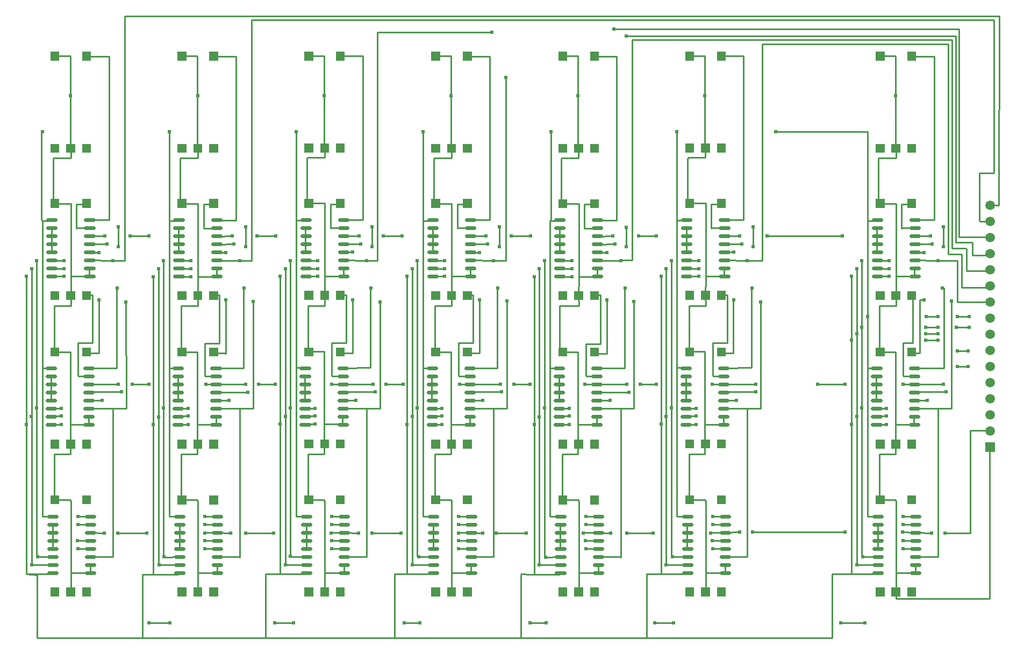
<source format=gbl>
G04 Layer: BottomLayer*
G04 EasyEDA v6.4.20.6, 2021-08-02T11:14:11+02:00*
G04 e7c21c1e6ca5491a88c75d15d8fd51ee,3e5df01c9dd74657a85989452aaa4bc1,10*
G04 Gerber Generator version 0.2*
G04 Scale: 100 percent, Rotated: No, Reflected: No *
G04 Dimensions in millimeters *
G04 leading zeros omitted , absolute positions ,4 integer and 5 decimal *
%FSLAX45Y45*%
%MOMM*%

%ADD10C,0.2540*%
%ADD11C,0.6198*%
%ADD13C,1.4986*%
%ADD15C,0.6000*%

%LPD*%
D10*
X24668225Y-8633968D02*
G01*
X24513946Y-8633968D01*
X24499950Y-8619972D01*
X24499950Y-7869986D01*
X24719940Y-7869986D01*
X24729948Y-7859979D01*
X24729948Y-5459984D01*
X13039979Y-5459984D01*
X13039979Y-7599934D01*
X19729958Y-7219950D02*
G01*
X19729958Y-8611615D01*
X19737070Y-8618728D01*
X15737586Y-8619744D02*
G01*
X15737586Y-7227570D01*
X15729966Y-7219950D01*
X13737336Y-8618474D02*
G01*
X13737336Y-7222489D01*
X13739875Y-7219950D01*
X11739879Y-8621268D02*
G01*
X11739879Y-7229855D01*
X11729974Y-7219950D01*
X9740011Y-7219950D02*
G01*
X9740011Y-7219950D01*
X9729977Y-7229983D01*
X9729977Y-8610092D01*
X9739629Y-8619744D01*
X17750027Y-7219950D02*
G01*
X17750027Y-8611108D01*
X17739613Y-8621521D01*
X22736302Y-8619744D02*
G01*
X22736302Y-7223633D01*
X22739959Y-7219975D01*
X21289949Y-7219975D01*
X23850142Y-10500258D02*
G01*
X23650117Y-10500258D01*
X24319941Y-10919968D02*
G01*
X24149964Y-10919968D01*
X24149964Y-10669981D02*
G01*
X24149964Y-10669981D01*
X24319941Y-10669981D01*
X23650092Y-10399979D02*
G01*
X23849965Y-10399979D01*
X23849939Y-10299979D02*
G01*
X23649711Y-10299979D01*
X24339956Y-10299979D02*
G01*
X24139880Y-10299954D01*
X24150040Y-10129977D02*
G01*
X24339956Y-10129774D01*
X23660074Y-10129977D02*
G01*
X23849939Y-10129977D01*
X17489424Y-14191234D02*
G01*
X17438624Y-14191234D01*
X17279975Y-14189963D01*
X17419954Y-14959964D02*
G01*
X17679974Y-14960015D01*
X15439974Y-14959964D02*
G01*
X15689961Y-14959964D01*
X13398957Y-14959964D02*
G01*
X13699972Y-14959964D01*
X11419966Y-14959964D02*
G01*
X11749989Y-14959964D01*
X19486879Y-14188694D02*
G01*
X19259956Y-14188694D01*
X19259956Y-15189962D01*
X19429984Y-15189962D01*
X17279975Y-14199971D02*
G01*
X17279975Y-15189962D01*
X15487395Y-14189455D02*
G01*
X15289961Y-14189455D01*
X15289961Y-15189962D01*
X15429966Y-15189962D01*
X13487145Y-14188186D02*
G01*
X13259968Y-14188186D01*
X13259968Y-15189962D01*
X13439978Y-15189962D01*
X11489690Y-14190979D02*
G01*
X11320018Y-14190979D01*
X11320779Y-15130779D01*
X11319967Y-15189962D01*
X22486111Y-14189455D02*
G01*
X22179991Y-14189455D01*
X22179940Y-15189936D01*
X9659975Y-15189987D01*
X9659975Y-14199870D01*
X9489440Y-14189455D01*
X24668225Y-8379968D02*
G01*
X24808383Y-8380044D01*
X24810186Y-5399989D01*
X11040109Y-5400090D01*
X11040109Y-9249918D01*
X10849609Y-9249918D01*
X12849859Y-9250934D02*
G01*
X13039852Y-9249918D01*
X13039852Y-7599934D01*
X13039979Y-7569987D01*
X18739866Y-5599988D02*
G01*
X18739967Y-5599988D01*
X24179961Y-5600014D01*
X24179961Y-8880094D01*
X24660352Y-8880094D01*
X24668225Y-8887968D01*
X14847316Y-9248394D02*
G01*
X15020036Y-9248394D01*
X15020036Y-5649976D01*
X16819956Y-5649976D01*
X18939967Y-5710072D02*
G01*
X24129949Y-5709996D01*
X24129949Y-8959850D01*
X24379936Y-8959850D01*
X24389841Y-8970010D01*
X24389841Y-9169908D01*
X24640286Y-9169908D01*
X24668225Y-9141968D01*
X16847566Y-9249663D02*
G01*
X17040098Y-9249918D01*
X17039970Y-6360007D01*
X18849593Y-9251442D02*
G01*
X18849517Y-9244558D01*
X19029934Y-9243034D01*
X19029934Y-5780023D01*
X19039840Y-5770118D01*
X24070030Y-5770118D01*
X24069954Y-9059926D01*
X24290020Y-9059926D01*
X24299925Y-9070086D01*
X24299925Y-9409937D01*
X24654256Y-9409937D01*
X24668225Y-9395968D01*
X20847050Y-9248647D02*
G01*
X21079968Y-9249918D01*
X21079968Y-5839968D01*
X24009883Y-5839993D01*
X24009959Y-9150095D01*
X24219916Y-9150095D01*
X24219916Y-9670034D01*
X24648159Y-9670034D01*
X24668225Y-9649968D01*
X23846281Y-9249663D02*
G01*
X24149964Y-9249841D01*
X24149964Y-9899980D01*
X24664238Y-9899980D01*
X24668225Y-9903968D01*
X23185374Y-14469871D02*
G01*
X23189945Y-14579980D01*
X23189184Y-14579854D01*
X24659843Y-14579854D01*
X24659843Y-12200381D01*
X24670004Y-12190221D01*
X21159952Y-8858961D02*
G01*
X21389848Y-8859824D01*
X22339706Y-8858961D01*
X19129197Y-8859977D02*
G01*
X19399605Y-8859748D01*
X19409206Y-8859977D01*
X17129607Y-8859748D02*
G01*
X17419675Y-8859748D01*
X17429962Y-8859723D01*
X15109596Y-8859824D02*
G01*
X15399664Y-8859824D01*
X15408706Y-8859469D01*
X13119582Y-8859748D02*
G01*
X13409625Y-8859748D01*
X13419963Y-8859469D01*
X11119865Y-8860028D02*
G01*
X11409934Y-8860028D01*
X11420043Y-8860078D01*
X23473918Y-11195304D02*
G01*
X23934623Y-11195304D01*
X23939957Y-11189970D01*
X23299927Y-11199876D02*
G01*
X23469345Y-11199876D01*
X23473918Y-11195304D01*
X21948393Y-11198097D02*
G01*
X22378161Y-11198097D01*
X22379940Y-11199876D01*
X20463205Y-11194770D02*
G01*
X20980044Y-11200003D01*
X20291983Y-11199977D02*
G01*
X20398816Y-11199621D01*
X20403388Y-11195050D01*
X19159956Y-11198682D02*
G01*
X19410476Y-11199977D01*
X18403138Y-11194795D02*
G01*
X18950000Y-11197615D01*
X18289879Y-11199621D02*
G01*
X18438977Y-11199621D01*
X18443575Y-11195050D01*
X17169968Y-11198656D02*
G01*
X17419954Y-11199977D01*
X16443325Y-11194795D02*
G01*
X16959961Y-11197539D01*
X16310991Y-11199977D02*
G01*
X16488968Y-11199621D01*
X16493540Y-11195050D01*
X15150007Y-11198479D02*
G01*
X15419908Y-11199977D01*
X14493290Y-11194795D02*
G01*
X14950059Y-11197361D01*
X14299463Y-11199977D02*
G01*
X14488896Y-11199698D01*
X14493468Y-11195126D01*
X13149986Y-11198479D02*
G01*
X13410006Y-11199901D01*
X12493218Y-11194872D02*
G01*
X12940004Y-11197336D01*
X12320015Y-11199876D02*
G01*
X12469113Y-11199876D01*
X12473686Y-11195304D01*
X24359946Y-13539978D02*
G01*
X24359870Y-13539724D01*
X24359870Y-11929871D01*
X24670004Y-11929871D01*
X24668225Y-11935968D01*
X23959540Y-13539673D02*
G01*
X24359946Y-13539978D01*
X24359946Y-13539978D01*
X23524972Y-13534644D02*
G01*
X23749609Y-13539749D01*
X23759617Y-13539749D01*
X23495508Y-13534897D02*
G01*
X23292816Y-13529563D01*
X23293070Y-13529563D01*
X20930616Y-13529310D02*
G01*
X22380956Y-13529563D01*
X22380956Y-13529310D01*
X20494980Y-13534644D02*
G01*
X20720710Y-13529208D01*
X20729625Y-13539749D01*
X20465034Y-13534847D02*
G01*
X20274788Y-13534847D01*
X20269708Y-13539927D01*
X18949974Y-13539978D02*
G01*
X19359372Y-13539673D01*
X19359625Y-13539927D01*
X18464809Y-13534644D02*
G01*
X18689447Y-13539749D01*
X18699454Y-13539749D01*
X18455259Y-13534847D02*
G01*
X18265013Y-13534847D01*
X18259958Y-13539927D01*
X16889602Y-13539673D02*
G01*
X17359960Y-13539978D01*
X17349850Y-13539927D01*
X16455034Y-13534644D02*
G01*
X16679697Y-13539749D01*
X16689704Y-13539749D01*
X16495217Y-13534847D02*
G01*
X16304971Y-13534847D01*
X16299891Y-13539927D01*
X14929561Y-13539673D02*
G01*
X15389555Y-13539673D01*
X15389809Y-13539927D01*
X14494992Y-13534644D02*
G01*
X14719630Y-13539749D01*
X14729637Y-13539749D01*
X14485137Y-13534847D02*
G01*
X14294916Y-13534847D01*
X14289811Y-13539927D01*
X12939979Y-13539978D02*
G01*
X13379475Y-13539673D01*
X13379729Y-13539927D01*
X12484938Y-13534644D02*
G01*
X12709550Y-13539749D01*
X12719583Y-13539749D01*
X12495275Y-13534897D02*
G01*
X12305029Y-13534897D01*
X12299950Y-13539978D01*
X10929620Y-13539724D02*
G01*
X11389613Y-13539724D01*
X11389868Y-13539978D01*
X20936864Y-8718880D02*
G01*
X20936864Y-9028760D01*
X20480680Y-8863914D02*
G01*
X20726501Y-8858808D01*
X20727060Y-8868740D01*
X20727060Y-8868740D01*
X20470774Y-11067110D02*
G01*
X20305420Y-11067110D01*
X20297038Y-11058728D01*
X20297038Y-10568762D01*
X20297013Y-10548797D01*
X20526908Y-10548696D01*
X20526908Y-9788728D01*
X20445120Y-9788728D01*
X20434960Y-9798888D01*
X19937120Y-10688650D02*
G01*
X19927087Y-10688650D01*
X19926960Y-9958806D01*
X20186853Y-9958806D01*
X20186040Y-9798888D01*
X20176896Y-11828856D02*
G01*
X20176896Y-10685602D01*
X20176998Y-12298806D02*
G01*
X20176896Y-12148134D01*
X20186040Y-12138990D01*
X20187056Y-14168704D02*
G01*
X20187056Y-13032816D01*
X20170266Y-13016052D01*
X20176998Y-12298806D02*
G01*
X19927011Y-12298756D01*
X19927011Y-13018592D01*
X19937120Y-13018592D01*
X20186040Y-7478852D02*
G01*
X20186040Y-7625664D01*
X20182966Y-7628712D01*
X20182966Y-7628712D02*
G01*
X19917105Y-7628712D01*
X19906995Y-7638821D01*
X19906995Y-8318423D01*
X19937120Y-8348548D01*
X20470774Y-11448110D02*
G01*
X20677124Y-11449024D01*
X20976996Y-11318824D02*
G01*
X20473060Y-11318824D01*
X20470774Y-11321110D01*
X20470774Y-10940110D02*
G01*
X20906993Y-10938916D01*
X20906993Y-9678796D01*
X20917230Y-9678898D01*
X20492364Y-13279704D02*
G01*
X20297013Y-13278789D01*
X20492364Y-13406704D02*
G01*
X20297013Y-13408787D01*
X20492364Y-13660704D02*
G01*
X20295108Y-13660704D01*
X20287005Y-13668806D01*
X20297013Y-13668806D01*
X20297038Y-13788720D02*
G01*
X20491348Y-13788720D01*
X20492364Y-13787704D01*
X20626984Y-9868738D02*
G01*
X20627009Y-10708792D01*
X20606918Y-10708716D01*
X20455026Y-10708716D01*
X20434960Y-10688650D01*
X20480680Y-9117914D02*
G01*
X20627009Y-9118803D01*
X20480680Y-8990914D02*
G01*
X20757006Y-8988805D01*
X20480680Y-8736914D02*
G01*
X20278902Y-8736914D01*
X20276997Y-8738819D01*
X20276997Y-8358809D01*
X20424698Y-8358809D01*
X20434960Y-8348548D01*
X20480680Y-8609914D02*
G01*
X20785886Y-8609914D01*
X20787004Y-8608796D01*
X20787004Y-6028817D01*
X20435265Y-6028817D01*
X20434960Y-6028512D01*
X21057006Y-9888804D02*
G01*
X21057082Y-11578844D01*
X20827136Y-11578920D01*
X20480680Y-9244914D02*
G01*
X20846999Y-9248800D01*
X20846999Y-9248800D01*
X20492364Y-13914704D02*
G01*
X20842909Y-13914704D01*
X20846999Y-13918793D01*
X20846999Y-11598783D01*
X20846999Y-11578793D01*
X20474457Y-11578793D01*
X20470774Y-11575110D01*
X19487032Y-9498914D02*
G01*
X19487032Y-11828348D01*
X19486778Y-11828602D01*
X19486778Y-11828602D02*
G01*
X19486778Y-14188567D01*
X19487006Y-14188795D01*
X19877913Y-14188795D01*
X19898004Y-14168704D01*
X19567016Y-10248798D02*
G01*
X19567016Y-11708460D01*
X19566788Y-11708714D01*
X19567016Y-9378772D02*
G01*
X19567016Y-10248798D01*
X19566991Y-14038808D02*
G01*
X19566991Y-14038808D01*
X19567016Y-13998778D01*
X19567016Y-11708968D01*
X19566788Y-11708714D01*
X19898004Y-14041704D02*
G01*
X19566991Y-14038808D01*
X20077074Y-9498914D02*
G01*
X19886320Y-9498914D01*
X20077074Y-9378772D02*
G01*
X19893178Y-9378772D01*
X19886320Y-9371914D01*
X20036916Y-11698808D02*
G01*
X19879462Y-11698808D01*
X19876160Y-11702110D01*
X20036916Y-11828856D02*
G01*
X19876414Y-11828856D01*
X19876160Y-11829110D01*
X20077074Y-9248724D02*
G01*
X19890130Y-9248724D01*
X19886320Y-9244914D01*
X20036916Y-11578920D02*
G01*
X19879970Y-11578920D01*
X19876160Y-11575110D01*
X19647027Y-9998811D02*
G01*
X19647001Y-9248800D01*
X19647052Y-11568760D02*
G01*
X19647027Y-9998811D01*
X19667270Y-13918793D02*
G01*
X19652919Y-13914704D01*
X19647001Y-13908786D01*
X19647001Y-11568811D01*
X19898004Y-13914704D02*
G01*
X19667270Y-13918793D01*
X19736968Y-10128808D02*
G01*
X19736968Y-8618829D01*
X19736993Y-8618804D01*
X19874890Y-8618804D01*
X19886193Y-8609812D01*
X19736968Y-10958906D02*
G01*
X19736968Y-10128808D01*
X19898004Y-13279704D02*
G01*
X19736993Y-13278789D01*
X19736968Y-13248716D01*
X19736993Y-10938814D01*
X19876160Y-10940110D01*
X19876160Y-10939856D01*
X19898004Y-13406704D02*
G01*
X19898004Y-13787704D01*
X19886193Y-8736812D02*
G01*
X19886193Y-9117812D01*
X19876211Y-11066805D02*
G01*
X19876211Y-11447805D01*
X19934834Y-13016052D02*
G01*
X20170266Y-13016052D01*
X20182966Y-13028752D01*
X19934072Y-10685602D02*
G01*
X20176896Y-10685602D01*
X20176998Y-10688802D01*
X20176998Y-6649999D02*
G01*
X20176998Y-7469809D01*
X20182966Y-7475804D01*
X19934072Y-6025464D02*
G01*
X20173645Y-6025464D01*
X20176998Y-6028817D01*
X20176998Y-6649999D01*
X19937120Y-8348548D02*
G01*
X19937069Y-8348522D01*
X20187005Y-8348802D01*
X20187005Y-9468815D01*
X20187005Y-9498812D01*
X20185989Y-9798862D02*
G01*
X20187005Y-9528810D01*
X20187005Y-9498812D01*
X20480680Y-9498914D01*
X20480680Y-9498914D01*
X20480553Y-9371812D02*
G01*
X20480553Y-9498812D01*
X20492364Y-14168704D02*
G01*
X20187107Y-14168704D01*
X20187005Y-14168805D01*
X20187005Y-14463141D01*
X20183754Y-14466392D01*
X20492364Y-14041704D02*
G01*
X20492364Y-14168704D01*
X20470825Y-11701805D02*
G01*
X20470825Y-11828805D01*
X20470774Y-11828856D02*
G01*
X20176998Y-11828805D01*
X20176998Y-11848795D01*
X20176896Y-12129846D01*
X20182966Y-12135942D01*
X23936147Y-8719870D02*
G01*
X23936147Y-9029750D01*
X23479963Y-8864904D02*
G01*
X23725759Y-8859799D01*
X23726317Y-8869730D01*
X23726317Y-8869730D01*
X23470057Y-11068100D02*
G01*
X23304703Y-11068100D01*
X23296321Y-11059718D01*
X23296321Y-10549788D01*
X23449965Y-10549712D01*
X23449965Y-9789718D01*
X23444403Y-9789718D01*
X23434217Y-9799878D01*
X22936403Y-10689640D02*
G01*
X22926370Y-10689640D01*
X22926217Y-9959797D01*
X23186136Y-9959797D01*
X23185323Y-9799878D01*
X23176179Y-11829846D02*
G01*
X23176179Y-10686592D01*
X23176280Y-12299797D02*
G01*
X23176179Y-12149124D01*
X23185323Y-12139980D01*
X23186339Y-14169694D02*
G01*
X23186339Y-13033806D01*
X23169575Y-13017042D01*
X23176280Y-12299797D02*
G01*
X22926268Y-12299746D01*
X22926268Y-13019582D01*
X22936403Y-13019582D01*
X23185323Y-7479842D02*
G01*
X23185323Y-7626654D01*
X23182275Y-7629702D01*
X23182275Y-7629702D02*
G01*
X22916388Y-7629702D01*
X22906278Y-7639812D01*
X22906278Y-8319414D01*
X22936403Y-8349538D01*
X23470057Y-11449100D02*
G01*
X23676406Y-11450015D01*
X23976279Y-11319814D02*
G01*
X23472317Y-11319814D01*
X23470057Y-11322100D01*
X23470057Y-10941100D02*
G01*
X23939957Y-10939805D01*
X23939957Y-9679787D01*
X23916513Y-9679889D01*
X23491647Y-13280694D02*
G01*
X23296295Y-13279780D01*
X23491647Y-13407694D02*
G01*
X23296295Y-13409777D01*
X23491647Y-13661694D02*
G01*
X23294390Y-13661694D01*
X23286288Y-13669797D01*
X23296295Y-13669797D01*
X23296321Y-13789710D02*
G01*
X23490631Y-13789710D01*
X23491647Y-13788694D01*
X23626241Y-9869728D02*
G01*
X23559947Y-9869728D01*
X23559973Y-10709706D01*
X23454283Y-10709706D01*
X23434217Y-10689640D01*
X23479963Y-9118904D02*
G01*
X23626267Y-9119793D01*
X23479963Y-8991904D02*
G01*
X23756289Y-8989796D01*
X23479963Y-8737904D02*
G01*
X23278160Y-8737904D01*
X23276280Y-8739809D01*
X23276280Y-8359800D01*
X23423981Y-8359800D01*
X23434217Y-8349538D01*
X23479963Y-8610904D02*
G01*
X23785169Y-8610904D01*
X23786287Y-8609787D01*
X23786287Y-6029807D01*
X23434548Y-6029807D01*
X23434217Y-6029502D01*
X24056289Y-9889794D02*
G01*
X24056365Y-11579834D01*
X23826393Y-11579910D01*
X23479963Y-9245904D02*
G01*
X23846281Y-9249790D01*
X23846281Y-9249790D01*
X23491647Y-13915694D02*
G01*
X23842167Y-13915694D01*
X23846281Y-13919784D01*
X23846281Y-11599773D01*
X23846281Y-11579783D01*
X23473740Y-11579783D01*
X23470057Y-11576100D01*
X22486315Y-10499979D02*
G01*
X22486315Y-11829338D01*
X22486061Y-11829592D01*
X22486315Y-9499904D02*
G01*
X22486315Y-10499979D01*
X22486061Y-11829592D02*
G01*
X22486061Y-14189557D01*
X22486289Y-14189786D01*
X22877195Y-14189786D01*
X22897287Y-14169694D01*
X22566325Y-10399979D02*
G01*
X22566325Y-11709450D01*
X22566071Y-11709704D01*
X22566325Y-10249788D02*
G01*
X22566325Y-10399979D01*
X22566325Y-9379762D02*
G01*
X22566325Y-10249788D01*
X22566299Y-14039799D02*
G01*
X22566299Y-14039799D01*
X22566325Y-13999768D01*
X22566325Y-11709958D01*
X22566071Y-11709704D01*
X22897287Y-14042694D02*
G01*
X22566299Y-14039799D01*
X23076357Y-9499904D02*
G01*
X22885603Y-9499904D01*
X23076357Y-9379762D02*
G01*
X22892461Y-9379762D01*
X22885603Y-9372904D01*
X23036225Y-11699798D02*
G01*
X22878745Y-11699798D01*
X22875417Y-11703100D01*
X23036225Y-11829846D02*
G01*
X22875697Y-11829846D01*
X22875417Y-11830100D01*
X23076357Y-9249714D02*
G01*
X22889413Y-9249714D01*
X22885603Y-9245904D01*
X23036225Y-11579910D02*
G01*
X22879253Y-11579910D01*
X22875417Y-11576100D01*
X22646284Y-9999802D02*
G01*
X22646259Y-9249790D01*
X22646284Y-10299979D02*
G01*
X22646284Y-9999802D01*
X22646284Y-10409986D02*
G01*
X22646284Y-10299979D01*
X22646309Y-11569750D02*
G01*
X22646284Y-10409986D01*
X22666553Y-13919784D02*
G01*
X22652177Y-13915694D01*
X22646259Y-13909776D01*
X22646259Y-11569801D01*
X22897287Y-13915694D02*
G01*
X22666553Y-13919784D01*
X22736225Y-10129799D02*
G01*
X22736225Y-8619820D01*
X22736251Y-8619794D01*
X22874173Y-8619794D01*
X22885450Y-8610803D01*
X22736225Y-10959896D02*
G01*
X22736225Y-10129799D01*
X22897287Y-13280694D02*
G01*
X22736251Y-13279780D01*
X22736225Y-13249706D01*
X22736251Y-10939805D01*
X22875417Y-10941100D01*
X22875417Y-10940846D01*
X22897287Y-13407694D02*
G01*
X22897287Y-13788694D01*
X22885450Y-8737803D02*
G01*
X22885450Y-9118803D01*
X22875468Y-11067795D02*
G01*
X22875468Y-11448795D01*
X22934091Y-13017042D02*
G01*
X23169575Y-13017042D01*
X23182275Y-13029742D01*
X22933355Y-10686592D02*
G01*
X23176179Y-10686592D01*
X23176280Y-10689793D01*
X22933355Y-6026454D02*
G01*
X23172927Y-6026454D01*
X23176280Y-6029807D01*
X23176280Y-7470800D01*
X23182275Y-7476794D01*
X22936403Y-8349538D02*
G01*
X22936327Y-8349513D01*
X23186288Y-8349792D01*
X23186288Y-9469805D01*
X23186288Y-9499803D01*
X23185272Y-9799853D02*
G01*
X23186288Y-9529800D01*
X23186288Y-9499803D01*
X23479963Y-9499904D01*
X23479963Y-9499904D01*
X23479836Y-9372803D02*
G01*
X23479836Y-9499803D01*
X23491647Y-14169694D02*
G01*
X23186390Y-14169694D01*
X23186288Y-14169796D01*
X23186288Y-14464131D01*
X23183037Y-14467382D01*
X23491647Y-14042694D02*
G01*
X23491647Y-14169694D01*
X23470108Y-11702795D02*
G01*
X23470108Y-11829795D01*
X23470057Y-11829846D02*
G01*
X23176280Y-11829795D01*
X23176280Y-11849785D01*
X23176179Y-12130836D01*
X23182275Y-12136932D01*
X18939408Y-8721496D02*
G01*
X18939408Y-9031376D01*
X18483224Y-8866530D02*
G01*
X18729706Y-8861755D01*
X18729604Y-8871356D01*
X18729604Y-8871356D01*
X18473318Y-11069726D02*
G01*
X18307964Y-11069726D01*
X18299582Y-11061344D01*
X18299582Y-10559999D01*
X18529452Y-10559897D01*
X18529452Y-9791344D01*
X18447664Y-9791344D01*
X18437504Y-9801504D01*
X17939664Y-10691266D02*
G01*
X17890032Y-10691266D01*
X17889905Y-9961422D01*
X18189397Y-9961422D01*
X18188584Y-9801504D01*
X18179440Y-11831472D02*
G01*
X18179440Y-10688218D01*
X18179541Y-12301423D02*
G01*
X18179440Y-12150750D01*
X18188584Y-12141606D01*
X18189600Y-14171320D02*
G01*
X18189600Y-13035432D01*
X18172836Y-13018668D01*
X18179541Y-12301423D02*
G01*
X17929555Y-12301372D01*
X17929555Y-13021208D01*
X17939664Y-13021208D01*
X18188584Y-7481468D02*
G01*
X18188584Y-7628280D01*
X18185536Y-7631328D01*
X18185536Y-7631328D02*
G01*
X17919649Y-7631328D01*
X17909540Y-7641437D01*
X17909540Y-8321039D01*
X17939664Y-8351164D01*
X18473318Y-11450726D02*
G01*
X18679668Y-11451640D01*
X18979540Y-11321440D02*
G01*
X18475604Y-11321440D01*
X18473318Y-11323726D01*
X18473318Y-10942726D02*
G01*
X18909538Y-10941532D01*
X18909538Y-9681413D01*
X18919774Y-9681514D01*
X18494908Y-13282320D02*
G01*
X18299556Y-13281405D01*
X18494908Y-13409320D02*
G01*
X18299556Y-13411403D01*
X18494908Y-13663320D02*
G01*
X18297652Y-13663320D01*
X18289549Y-13671422D01*
X18299556Y-13671422D01*
X18299582Y-13791336D02*
G01*
X18493892Y-13791336D01*
X18494908Y-13790320D01*
X18629528Y-9871354D02*
G01*
X18629553Y-10711408D01*
X18609462Y-10711332D01*
X18457570Y-10711332D01*
X18437504Y-10691266D01*
X18483224Y-9120530D02*
G01*
X18629553Y-9121419D01*
X18483224Y-8993530D02*
G01*
X18759550Y-8991422D01*
X18483224Y-8739530D02*
G01*
X18281446Y-8739530D01*
X18279541Y-8741435D01*
X18279541Y-8361426D01*
X18427242Y-8361426D01*
X18437504Y-8351164D01*
X18483224Y-8612530D02*
G01*
X18788430Y-8612530D01*
X18789548Y-8611412D01*
X18789548Y-6031433D01*
X18437809Y-6031433D01*
X18437504Y-6031128D01*
X19059550Y-9891420D02*
G01*
X19059626Y-11581460D01*
X18829680Y-11581536D01*
X18483224Y-9247530D02*
G01*
X18849543Y-9251416D01*
X18849543Y-9251416D01*
X18494908Y-13917320D02*
G01*
X18845453Y-13917320D01*
X18849543Y-13921409D01*
X18849543Y-11601399D01*
X18849543Y-11581409D01*
X18477001Y-11581409D01*
X18473318Y-11577726D01*
X17489576Y-9501530D02*
G01*
X17489576Y-11830964D01*
X17489322Y-11831218D01*
X17489322Y-11831218D02*
G01*
X17489322Y-14191183D01*
X17489550Y-14191411D01*
X17880456Y-14191411D01*
X17900548Y-14171320D01*
X17569586Y-10251414D02*
G01*
X17569586Y-11711076D01*
X17569332Y-11711330D01*
X17569586Y-9381388D02*
G01*
X17569586Y-10251414D01*
X17569561Y-14041424D02*
G01*
X17569561Y-14041424D01*
X17569586Y-14001394D01*
X17569586Y-11711584D01*
X17569332Y-11711330D01*
X17900548Y-14044320D02*
G01*
X17569561Y-14041424D01*
X18079618Y-9501530D02*
G01*
X17888864Y-9501530D01*
X18079618Y-9381388D02*
G01*
X17895722Y-9381388D01*
X17888864Y-9374530D01*
X18039486Y-11701424D02*
G01*
X17882006Y-11701424D01*
X17878704Y-11704726D01*
X18039486Y-11831472D02*
G01*
X17878958Y-11831472D01*
X17878704Y-11831726D01*
X18079618Y-9251340D02*
G01*
X17892674Y-9251340D01*
X17888864Y-9247530D01*
X18039486Y-11581536D02*
G01*
X17882514Y-11581536D01*
X17878704Y-11577726D01*
X17649570Y-10001427D02*
G01*
X17649545Y-9251416D01*
X17649596Y-11571376D02*
G01*
X17649570Y-10001427D01*
X17669814Y-13921409D02*
G01*
X17655463Y-13917320D01*
X17649545Y-13911402D01*
X17649545Y-11571427D01*
X17900548Y-13917320D02*
G01*
X17669814Y-13921409D01*
X17739512Y-10131425D02*
G01*
X17739512Y-8621445D01*
X17739537Y-8621420D01*
X17877434Y-8621420D01*
X17888737Y-8612428D01*
X17739512Y-10961522D02*
G01*
X17739512Y-10131425D01*
X17900548Y-13282320D02*
G01*
X17739537Y-13281405D01*
X17739512Y-13251332D01*
X17739537Y-10941430D01*
X17878704Y-10942726D01*
X17878704Y-10942472D01*
X17900548Y-13409320D02*
G01*
X17900548Y-13790320D01*
X17888737Y-8739428D02*
G01*
X17888737Y-9120428D01*
X17878755Y-11069421D02*
G01*
X17878755Y-11450421D01*
X17937378Y-13018668D02*
G01*
X18172836Y-13018668D01*
X18185536Y-13031368D01*
X17936616Y-10688218D02*
G01*
X18179440Y-10688218D01*
X18179541Y-10691418D01*
X18179541Y-6649999D02*
G01*
X18179541Y-7472426D01*
X18185536Y-7478420D01*
X17936616Y-6028080D02*
G01*
X18176189Y-6028080D01*
X18179541Y-6031433D01*
X18179541Y-6649999D01*
X17939664Y-8351164D02*
G01*
X17939613Y-8351138D01*
X18189549Y-8351418D01*
X18189549Y-9471431D01*
X18189549Y-9501428D01*
X18188533Y-9801479D02*
G01*
X18189549Y-9531426D01*
X18189549Y-9501428D01*
X18483224Y-9501530D01*
X18483224Y-9501530D01*
X18483097Y-9374428D02*
G01*
X18483097Y-9501428D01*
X18494908Y-14171320D02*
G01*
X18189651Y-14171320D01*
X18189549Y-14171421D01*
X18189549Y-14465757D01*
X18186298Y-14469008D01*
X18494908Y-14044320D02*
G01*
X18494908Y-14171320D01*
X18473369Y-11704421D02*
G01*
X18473369Y-11831421D01*
X18473318Y-11831472D02*
G01*
X18179541Y-11831421D01*
X18179541Y-11851411D01*
X18179440Y-12132462D01*
X18185536Y-12138558D01*
X14937282Y-8718550D02*
G01*
X14937282Y-9028429D01*
X14481098Y-8863584D02*
G01*
X14726920Y-8858504D01*
X14727478Y-8868410D01*
X14727478Y-8868410D01*
X14471192Y-11066779D02*
G01*
X14305838Y-11066779D01*
X14297456Y-11058423D01*
X14297456Y-10568457D01*
X14297431Y-10548467D01*
X14527326Y-10548391D01*
X14527326Y-9788423D01*
X14445538Y-9788423D01*
X14435378Y-9798583D01*
X13937538Y-10688345D02*
G01*
X13927505Y-10688345D01*
X13927378Y-9958476D01*
X14187271Y-9958476D01*
X14186458Y-9798583D01*
X14177314Y-11828526D02*
G01*
X14177314Y-10685271D01*
X14177416Y-12298476D02*
G01*
X14177314Y-12147804D01*
X14186458Y-12138660D01*
X14187474Y-14168399D02*
G01*
X14187474Y-13032511D01*
X14170710Y-13015721D01*
X14177416Y-12298476D02*
G01*
X13927429Y-12298426D01*
X13927429Y-13018287D01*
X13937538Y-13018287D01*
X14186458Y-7478521D02*
G01*
X14186458Y-7625334D01*
X14183410Y-7628407D01*
X14183410Y-7628407D02*
G01*
X13917523Y-7628407D01*
X13907414Y-7638516D01*
X13907414Y-8318119D01*
X13937538Y-8348218D01*
X14471192Y-11447779D02*
G01*
X14677542Y-11448719D01*
X14977414Y-11318519D02*
G01*
X14473478Y-11318519D01*
X14471192Y-11320779D01*
X14471192Y-10939779D02*
G01*
X14907412Y-10938611D01*
X14907412Y-9678466D01*
X14917648Y-9678568D01*
X14492782Y-13279399D02*
G01*
X14297431Y-13278459D01*
X14492782Y-13406399D02*
G01*
X14297431Y-13408482D01*
X14492782Y-13660399D02*
G01*
X14295526Y-13660399D01*
X14287423Y-13668476D01*
X14297431Y-13668476D01*
X14297456Y-13788415D02*
G01*
X14491766Y-13788415D01*
X14492782Y-13787399D01*
X14627402Y-9868433D02*
G01*
X14627428Y-10708487D01*
X14607336Y-10708411D01*
X14455444Y-10708411D01*
X14435378Y-10688345D01*
X14481098Y-9117584D02*
G01*
X14627428Y-9118498D01*
X14481098Y-8990584D02*
G01*
X14757425Y-8988475D01*
X14481098Y-8736584D02*
G01*
X14279321Y-8736584D01*
X14277416Y-8738488D01*
X14277416Y-8358479D01*
X14425117Y-8358479D01*
X14435378Y-8348218D01*
X14481098Y-8609584D02*
G01*
X14786305Y-8609584D01*
X14787422Y-8608491D01*
X14787422Y-6028512D01*
X14435683Y-6028512D01*
X14435378Y-6028207D01*
X15057424Y-9888499D02*
G01*
X15057500Y-11578513D01*
X14827554Y-11578615D01*
X14481098Y-9244584D02*
G01*
X14847417Y-9248495D01*
X14847417Y-9248495D01*
X14492782Y-13914399D02*
G01*
X14843328Y-13914399D01*
X14847417Y-13918463D01*
X14847417Y-11598478D01*
X14847417Y-11578462D01*
X14474875Y-11578462D01*
X14471192Y-11574779D01*
X13487450Y-9498584D02*
G01*
X13487450Y-11828018D01*
X13487196Y-11828271D01*
X13487196Y-11828271D02*
G01*
X13487196Y-14188262D01*
X13487425Y-14188490D01*
X13878331Y-14188490D01*
X13898422Y-14168399D01*
X13567460Y-10248468D02*
G01*
X13567460Y-11708129D01*
X13567206Y-11708384D01*
X13567460Y-9378442D02*
G01*
X13567460Y-10248468D01*
X13567435Y-14038503D02*
G01*
X13567435Y-14038503D01*
X13567460Y-13998473D01*
X13567460Y-11708637D01*
X13567206Y-11708384D01*
X13898422Y-14041399D02*
G01*
X13567435Y-14038503D01*
X14077492Y-9498584D02*
G01*
X13886738Y-9498584D01*
X14077492Y-9378442D02*
G01*
X13893596Y-9378442D01*
X13886738Y-9371584D01*
X14037360Y-11698503D02*
G01*
X13879880Y-11698503D01*
X13876578Y-11701779D01*
X14037360Y-11828526D02*
G01*
X13876832Y-11828526D01*
X13876578Y-11828779D01*
X14077492Y-9248419D02*
G01*
X13890548Y-9248419D01*
X13886738Y-9244584D01*
X14037360Y-11578615D02*
G01*
X13880388Y-11578615D01*
X13876578Y-11574779D01*
X13647445Y-9998506D02*
G01*
X13647420Y-9248495D01*
X13647470Y-11568429D02*
G01*
X13647445Y-9998506D01*
X13667689Y-13918463D02*
G01*
X13653338Y-13914399D01*
X13647420Y-13908455D01*
X13647420Y-11568480D01*
X13898422Y-13914399D02*
G01*
X13667689Y-13918463D01*
X13737386Y-10128504D02*
G01*
X13737386Y-8618524D01*
X13737412Y-8618499D01*
X13875308Y-8618499D01*
X13886611Y-8609507D01*
X13737386Y-10958576D02*
G01*
X13737386Y-10128504D01*
X13898422Y-13279399D02*
G01*
X13737412Y-13278459D01*
X13737386Y-13248411D01*
X13737412Y-10938484D01*
X13876578Y-10939779D01*
X13876578Y-10939526D01*
X13898422Y-13406399D02*
G01*
X13898422Y-13787399D01*
X13886611Y-8736507D02*
G01*
X13886611Y-9117507D01*
X13876629Y-11066475D02*
G01*
X13876629Y-11447475D01*
X13935252Y-13015721D02*
G01*
X14170710Y-13015721D01*
X14183410Y-13028421D01*
X13934490Y-10685271D02*
G01*
X14177314Y-10685271D01*
X14177416Y-10688472D01*
X14177416Y-6649999D02*
G01*
X14177416Y-7469479D01*
X14183410Y-7475499D01*
X13934490Y-6025134D02*
G01*
X14174063Y-6025134D01*
X14177416Y-6028512D01*
X14177416Y-6649999D01*
X13937538Y-8348218D02*
G01*
X13937488Y-8348192D01*
X14187424Y-8348471D01*
X14187424Y-9468485D01*
X14187424Y-9498507D01*
X14186408Y-9798558D02*
G01*
X14187424Y-9528479D01*
X14187424Y-9498507D01*
X14481098Y-9498584D01*
X14481098Y-9498584D01*
X14480971Y-9371507D02*
G01*
X14480971Y-9498507D01*
X14492782Y-14168399D02*
G01*
X14187525Y-14168399D01*
X14187424Y-14168475D01*
X14187424Y-14462836D01*
X14184172Y-14466087D01*
X14492782Y-14041399D02*
G01*
X14492782Y-14168399D01*
X14471243Y-11701475D02*
G01*
X14471243Y-11828475D01*
X14471192Y-11828526D02*
G01*
X14177416Y-11828475D01*
X14177416Y-11848490D01*
X14177314Y-12129541D01*
X14183410Y-12135637D01*
X16937558Y-8719870D02*
G01*
X16937558Y-9029750D01*
X16481374Y-8864904D02*
G01*
X16727195Y-8859799D01*
X16727754Y-8869730D01*
X16727754Y-8869730D01*
X16471468Y-11068100D02*
G01*
X16306114Y-11068100D01*
X16297732Y-11059718D01*
X16297732Y-10569752D01*
X16297706Y-10549788D01*
X16527602Y-10549686D01*
X16527602Y-9789718D01*
X16445814Y-9789718D01*
X16435654Y-9799904D01*
X15937814Y-10689640D02*
G01*
X15927781Y-10689640D01*
X15927654Y-9959797D01*
X16187547Y-9959797D01*
X16186734Y-9799904D01*
X16177590Y-11829846D02*
G01*
X16177590Y-10686592D01*
X16177691Y-12299797D02*
G01*
X16177590Y-12149150D01*
X16186734Y-12139980D01*
X16187750Y-14169694D02*
G01*
X16187750Y-13033806D01*
X16170986Y-13017042D01*
X16177691Y-12299797D02*
G01*
X15927704Y-12299746D01*
X15927704Y-13019608D01*
X15937814Y-13019608D01*
X16186734Y-7479842D02*
G01*
X16186734Y-7626654D01*
X16183686Y-7629702D01*
X16183686Y-7629702D02*
G01*
X15917799Y-7629702D01*
X15907689Y-7639837D01*
X15907689Y-8319414D01*
X15937814Y-8349538D01*
X16471468Y-11449100D02*
G01*
X16677817Y-11450015D01*
X16977690Y-11319814D02*
G01*
X16473754Y-11319814D01*
X16471468Y-11322100D01*
X16471468Y-10941100D02*
G01*
X16907687Y-10939906D01*
X16907687Y-9679787D01*
X16917924Y-9679889D01*
X16493058Y-13280694D02*
G01*
X16297706Y-13279780D01*
X16493058Y-13407694D02*
G01*
X16297706Y-13409777D01*
X16493058Y-13661694D02*
G01*
X16295801Y-13661694D01*
X16287699Y-13669797D01*
X16297706Y-13669797D01*
X16297732Y-13789710D02*
G01*
X16492042Y-13789710D01*
X16493058Y-13788694D01*
X16627678Y-9869754D02*
G01*
X16627703Y-10709808D01*
X16607612Y-10709706D01*
X16455720Y-10709706D01*
X16435654Y-10689640D01*
X16481374Y-9118904D02*
G01*
X16627703Y-9119793D01*
X16481374Y-8991904D02*
G01*
X16757700Y-8989796D01*
X16481374Y-8737904D02*
G01*
X16279596Y-8737904D01*
X16277691Y-8739809D01*
X16277691Y-8359800D01*
X16425392Y-8359800D01*
X16435654Y-8349538D01*
X16481374Y-8610904D02*
G01*
X16786580Y-8610904D01*
X16787698Y-8609812D01*
X16787698Y-6029807D01*
X16435959Y-6029807D01*
X16435654Y-6029502D01*
X17057700Y-9889794D02*
G01*
X17057776Y-11579834D01*
X16827830Y-11579910D01*
X16481374Y-9245904D02*
G01*
X16847693Y-9249790D01*
X16847693Y-9249790D01*
X16493058Y-13915694D02*
G01*
X16843603Y-13915694D01*
X16847693Y-13919784D01*
X16847693Y-11599773D01*
X16847693Y-11579783D01*
X16475151Y-11579783D01*
X16471468Y-11576100D01*
X15487726Y-9499904D02*
G01*
X15487726Y-11829338D01*
X15487472Y-11829592D01*
X15487472Y-11829592D02*
G01*
X15487472Y-14189557D01*
X15487700Y-14189786D01*
X15878606Y-14189786D01*
X15898698Y-14169694D01*
X15567736Y-10249788D02*
G01*
X15567736Y-11709450D01*
X15567482Y-11709704D01*
X15567736Y-9379762D02*
G01*
X15567736Y-10249788D01*
X15567710Y-14039799D02*
G01*
X15567710Y-14039799D01*
X15567736Y-13999768D01*
X15567736Y-11709958D01*
X15567482Y-11709704D01*
X15898698Y-14042694D02*
G01*
X15567710Y-14039799D01*
X16077768Y-9499904D02*
G01*
X15887014Y-9499904D01*
X16077768Y-9379762D02*
G01*
X15893872Y-9379762D01*
X15887014Y-9372904D01*
X16037636Y-11699798D02*
G01*
X15880156Y-11699798D01*
X15876854Y-11703100D01*
X16037636Y-11829846D02*
G01*
X15877108Y-11829846D01*
X15876854Y-11830100D01*
X16077768Y-9249714D02*
G01*
X15890824Y-9249714D01*
X15887014Y-9245904D01*
X16037636Y-11579910D02*
G01*
X15880664Y-11579910D01*
X15876854Y-11576100D01*
X15647720Y-9999802D02*
G01*
X15647695Y-9249790D01*
X15647746Y-11569750D02*
G01*
X15647720Y-9999802D01*
X15667964Y-13919784D02*
G01*
X15653613Y-13915694D01*
X15647695Y-13909776D01*
X15647695Y-11569801D01*
X15898698Y-13915694D02*
G01*
X15667964Y-13919784D01*
X15737662Y-10129799D02*
G01*
X15737662Y-8619820D01*
X15737687Y-8619794D01*
X15875584Y-8619794D01*
X15886887Y-8610803D01*
X15737662Y-10959896D02*
G01*
X15737662Y-10129799D01*
X15898698Y-13280694D02*
G01*
X15737687Y-13279780D01*
X15737662Y-13249706D01*
X15737687Y-10939805D01*
X15876854Y-10941100D01*
X15876854Y-10940846D01*
X15898698Y-13407694D02*
G01*
X15898698Y-13788694D01*
X15886887Y-8737803D02*
G01*
X15886887Y-9118803D01*
X15876904Y-11067795D02*
G01*
X15876904Y-11448795D01*
X15935528Y-13017042D02*
G01*
X16170986Y-13017042D01*
X16183686Y-13029742D01*
X15934766Y-10686592D02*
G01*
X16177590Y-10686592D01*
X16177691Y-10689793D01*
X16177691Y-6649999D02*
G01*
X16177691Y-7470800D01*
X16183686Y-7476794D01*
X15934766Y-6026454D02*
G01*
X16174338Y-6026454D01*
X16177691Y-6029807D01*
X16177691Y-6649999D01*
X15937814Y-8349538D02*
G01*
X15937763Y-8349513D01*
X16187699Y-8349792D01*
X16187699Y-9469805D01*
X16187699Y-9499803D01*
X16186683Y-9799853D02*
G01*
X16187699Y-9529800D01*
X16187699Y-9499803D01*
X16481374Y-9499904D01*
X16481374Y-9499904D01*
X16481247Y-9372803D02*
G01*
X16481247Y-9499803D01*
X16493058Y-14169694D02*
G01*
X16187800Y-14169694D01*
X16187699Y-14169796D01*
X16187699Y-14464131D01*
X16184448Y-14467408D01*
X16493058Y-14042694D02*
G01*
X16493058Y-14169694D01*
X16471518Y-11702795D02*
G01*
X16471518Y-11829795D01*
X16471468Y-11829846D02*
G01*
X16177691Y-11829795D01*
X16177691Y-11849785D01*
X16177590Y-12130836D01*
X16183686Y-12136958D01*
X10939551Y-8719870D02*
G01*
X10939551Y-9029750D01*
X10483367Y-8864904D02*
G01*
X10729188Y-8859799D01*
X10729747Y-8869730D01*
X10729747Y-8869730D01*
X10473461Y-11068100D02*
G01*
X10308107Y-11068100D01*
X10299725Y-11059718D01*
X10299725Y-10569752D01*
X10299700Y-10549788D01*
X10529595Y-10549686D01*
X10529595Y-9789718D01*
X10447807Y-9789718D01*
X10437647Y-9799878D01*
X9939807Y-10689640D02*
G01*
X9929774Y-10689640D01*
X9929647Y-9959797D01*
X10189540Y-9959797D01*
X10188727Y-9799878D01*
X10179583Y-11829846D02*
G01*
X10179583Y-10686592D01*
X10179684Y-12299797D02*
G01*
X10179583Y-12149124D01*
X10188727Y-12139980D01*
X10189743Y-14169694D02*
G01*
X10189743Y-13033806D01*
X10172979Y-13017042D01*
X10179684Y-12299797D02*
G01*
X9929698Y-12299746D01*
X9929698Y-13019582D01*
X9939807Y-13019582D01*
X10188727Y-7479842D02*
G01*
X10188727Y-7626654D01*
X10185679Y-7629702D01*
X10185679Y-7629702D02*
G01*
X9919792Y-7629702D01*
X9909683Y-7639812D01*
X9909683Y-8319414D01*
X9939807Y-8349538D01*
X10473461Y-11449100D02*
G01*
X10679811Y-11450015D01*
X10979683Y-11319814D02*
G01*
X10475747Y-11319814D01*
X10473461Y-11322100D01*
X10473461Y-10941100D02*
G01*
X10909681Y-10939906D01*
X10909681Y-9679787D01*
X10919917Y-9679889D01*
X10495051Y-13280694D02*
G01*
X10299700Y-13279780D01*
X10495051Y-13407694D02*
G01*
X10299700Y-13409777D01*
X10495051Y-13661694D02*
G01*
X10297795Y-13661694D01*
X10289692Y-13669797D01*
X10299700Y-13669797D01*
X10299725Y-13789710D02*
G01*
X10494035Y-13789710D01*
X10495051Y-13788694D01*
X10629671Y-9869728D02*
G01*
X10629696Y-10709783D01*
X10609605Y-10709706D01*
X10457713Y-10709706D01*
X10437647Y-10689640D01*
X10483367Y-9118904D02*
G01*
X10629696Y-9119793D01*
X10483367Y-8991904D02*
G01*
X10759693Y-8989796D01*
X10483367Y-8737904D02*
G01*
X10281589Y-8737904D01*
X10279684Y-8739809D01*
X10279684Y-8359800D01*
X10427385Y-8359800D01*
X10437647Y-8349538D01*
X10483367Y-8610904D02*
G01*
X10788573Y-8610904D01*
X10789691Y-8609787D01*
X10789691Y-6029807D01*
X10437952Y-6029807D01*
X10437647Y-6029502D01*
X10495051Y-13534694D02*
G01*
X10719688Y-13539800D01*
X10729696Y-13539800D01*
X11159972Y-11198453D02*
G01*
X11419713Y-11199723D01*
X10473461Y-11195100D02*
G01*
X10939983Y-11197386D01*
X11059693Y-9889794D02*
G01*
X11059769Y-11579834D01*
X10829823Y-11579910D01*
X10483367Y-9245904D02*
G01*
X10849686Y-9249790D01*
X10849686Y-9249790D01*
X10495051Y-13915694D02*
G01*
X10845596Y-13915694D01*
X10849686Y-13919784D01*
X10849686Y-11599773D01*
X10849686Y-11579783D01*
X10477144Y-11579783D01*
X10473461Y-11576100D01*
X9489719Y-9499904D02*
G01*
X9489719Y-11829338D01*
X9489465Y-11829592D01*
X9489465Y-11829592D02*
G01*
X9489465Y-14189557D01*
X9489693Y-14189786D01*
X9880600Y-14189786D01*
X9900691Y-14169694D01*
X9569729Y-10249788D02*
G01*
X9569729Y-11709450D01*
X9569475Y-11709704D01*
X9569729Y-9379762D02*
G01*
X9569729Y-10249788D01*
X9569704Y-14039799D02*
G01*
X9569704Y-14039799D01*
X9569729Y-13999768D01*
X9569729Y-11709958D01*
X9569475Y-11709704D01*
X9900691Y-14042694D02*
G01*
X9569704Y-14039799D01*
X10079761Y-9499904D02*
G01*
X9889007Y-9499904D01*
X10079761Y-9379762D02*
G01*
X9895865Y-9379762D01*
X9889007Y-9372904D01*
X10039629Y-11699798D02*
G01*
X9882149Y-11699798D01*
X9878847Y-11703100D01*
X10039629Y-11829846D02*
G01*
X9879101Y-11829846D01*
X9878847Y-11830100D01*
X10079761Y-9249714D02*
G01*
X9892817Y-9249714D01*
X9889007Y-9245904D01*
X10039629Y-11579910D02*
G01*
X9882657Y-11579910D01*
X9878847Y-11576100D01*
X9649713Y-9999802D02*
G01*
X9649688Y-9249790D01*
X9649739Y-11569750D02*
G01*
X9649713Y-9999802D01*
X9669957Y-13919784D02*
G01*
X9655606Y-13915694D01*
X9649688Y-13909776D01*
X9649688Y-11569801D01*
X9900691Y-13915694D02*
G01*
X9669957Y-13919784D01*
X9739655Y-10129799D02*
G01*
X9739655Y-8619820D01*
X9739680Y-8619794D01*
X9877577Y-8619794D01*
X9888880Y-8610803D01*
X9739655Y-10959896D02*
G01*
X9739655Y-10129799D01*
X9900691Y-13280694D02*
G01*
X9739680Y-13279780D01*
X9739655Y-13249706D01*
X9739680Y-10939805D01*
X9878847Y-10941100D01*
X9878847Y-10940846D01*
X9900691Y-13407694D02*
G01*
X9900691Y-13788694D01*
X9888880Y-8737803D02*
G01*
X9888880Y-9118803D01*
X9878898Y-11067795D02*
G01*
X9878898Y-11448795D01*
X9937521Y-13017042D02*
G01*
X10172979Y-13017042D01*
X10185679Y-13029742D01*
X9936759Y-10686592D02*
G01*
X10179583Y-10686592D01*
X10179684Y-10689793D01*
X10179684Y-6649999D02*
G01*
X10179684Y-7470800D01*
X10185679Y-7476794D01*
X9936759Y-6026454D02*
G01*
X10176332Y-6026454D01*
X10179684Y-6029807D01*
X10179684Y-6649999D01*
X9939807Y-8349538D02*
G01*
X9939756Y-8349513D01*
X10189692Y-8349792D01*
X10189692Y-9469805D01*
X10189692Y-9499803D01*
X10188676Y-9799853D02*
G01*
X10189692Y-9529800D01*
X10189692Y-9499803D01*
X10483367Y-9499904D01*
X10483367Y-9499904D01*
X10483240Y-9372803D02*
G01*
X10483240Y-9499803D01*
X10495051Y-14169694D02*
G01*
X10189794Y-14169694D01*
X10189692Y-14169796D01*
X10189692Y-14464131D01*
X10186441Y-14467382D01*
X10495051Y-14042694D02*
G01*
X10495051Y-14169694D01*
X10473512Y-11702795D02*
G01*
X10473512Y-11829795D01*
X10473461Y-11829846D02*
G01*
X10179684Y-11829795D01*
X10179684Y-11849785D01*
X10179583Y-12130836D01*
X10185679Y-12136932D01*
X12939826Y-8721191D02*
G01*
X12939826Y-9031071D01*
X12483642Y-8866225D02*
G01*
X12729463Y-8861120D01*
X12730022Y-8871051D01*
X12730022Y-8871051D01*
X12473736Y-11069421D02*
G01*
X12308382Y-11069421D01*
X12300000Y-11061039D01*
X12300000Y-10571073D01*
X12299975Y-10551109D01*
X12529870Y-10551007D01*
X12529870Y-9791039D01*
X12448082Y-9791039D01*
X12437922Y-9801199D01*
X11940082Y-10690961D02*
G01*
X11930049Y-10690961D01*
X11929922Y-9961118D01*
X12189815Y-9961118D01*
X12189002Y-9801199D01*
X12179858Y-11831167D02*
G01*
X12179858Y-10687913D01*
X12179960Y-12301118D02*
G01*
X12179858Y-12150445D01*
X12189002Y-12141301D01*
X12190018Y-14171015D02*
G01*
X12190018Y-13035127D01*
X12173254Y-13018363D01*
X12179960Y-12301118D02*
G01*
X11929973Y-12301067D01*
X11929973Y-13020903D01*
X11940082Y-13020903D01*
X12189002Y-7481163D02*
G01*
X12189002Y-7627975D01*
X12185954Y-7631023D01*
X12185954Y-7631023D02*
G01*
X11920067Y-7631023D01*
X11909958Y-7641132D01*
X11909958Y-8320735D01*
X11940082Y-8350859D01*
X12473736Y-11450421D02*
G01*
X12680086Y-11451336D01*
X12979958Y-11321135D02*
G01*
X12476022Y-11321135D01*
X12473736Y-11323421D01*
X12473736Y-10942421D02*
G01*
X12909956Y-10941227D01*
X12909956Y-9681108D01*
X12920192Y-9681210D01*
X12495326Y-13282015D02*
G01*
X12299975Y-13281101D01*
X12495326Y-13409015D02*
G01*
X12299975Y-13411098D01*
X12495326Y-13663015D02*
G01*
X12298070Y-13663015D01*
X12289967Y-13671118D01*
X12299975Y-13671118D01*
X12300000Y-13791031D02*
G01*
X12494310Y-13791031D01*
X12495326Y-13790015D01*
X12629946Y-9871049D02*
G01*
X12629972Y-10711103D01*
X12609880Y-10711027D01*
X12457988Y-10711027D01*
X12437922Y-10690961D01*
X12483642Y-9120225D02*
G01*
X12629972Y-9121114D01*
X12483642Y-8993225D02*
G01*
X12759969Y-8991117D01*
X12483642Y-8739225D02*
G01*
X12281865Y-8739225D01*
X12279960Y-8741130D01*
X12279960Y-8361095D01*
X12427661Y-8361095D01*
X12437922Y-8350859D01*
X12483642Y-8612225D02*
G01*
X12788849Y-8612225D01*
X12789966Y-8611108D01*
X12789966Y-6031128D01*
X12438227Y-6031128D01*
X12437922Y-6030823D01*
X13059968Y-9891115D02*
G01*
X13060045Y-11581155D01*
X12830098Y-11581231D01*
X12483642Y-9247225D02*
G01*
X12849961Y-9251111D01*
X12849961Y-9251111D01*
X12495326Y-13917015D02*
G01*
X12845872Y-13917015D01*
X12849961Y-13921104D01*
X12849961Y-11601094D01*
X12849961Y-11581079D01*
X12477419Y-11581079D01*
X12473736Y-11577421D01*
X11489994Y-9501225D02*
G01*
X11489994Y-11830659D01*
X11489740Y-11830913D01*
X11489740Y-11830913D02*
G01*
X11489740Y-14190878D01*
X11489969Y-14191106D01*
X11880875Y-14191106D01*
X11900966Y-14171015D01*
X11570004Y-10251109D02*
G01*
X11570004Y-11710771D01*
X11569750Y-11711025D01*
X11570004Y-9381058D02*
G01*
X11570004Y-10251109D01*
X11579986Y-14039977D02*
G01*
X11569979Y-14041120D01*
X11570004Y-14001089D01*
X11570004Y-11711254D01*
X11569750Y-11711025D01*
X11900966Y-14044015D02*
G01*
X11579986Y-14039977D01*
X12080036Y-9501225D02*
G01*
X11889282Y-9501225D01*
X12080036Y-9381058D02*
G01*
X11896140Y-9381058D01*
X11889282Y-9374225D01*
X12039904Y-11701119D02*
G01*
X11882424Y-11701119D01*
X11879122Y-11704421D01*
X12039904Y-11831167D02*
G01*
X11879376Y-11831167D01*
X11879122Y-11831421D01*
X12080036Y-9251035D02*
G01*
X11893092Y-9251035D01*
X11889282Y-9247225D01*
X12039904Y-11581231D02*
G01*
X11882932Y-11581231D01*
X11879122Y-11577421D01*
X11649989Y-10001122D02*
G01*
X11649963Y-9251111D01*
X11650014Y-11571071D02*
G01*
X11649989Y-10001122D01*
X11670233Y-13921104D02*
G01*
X11655882Y-13917015D01*
X11649963Y-13911097D01*
X11649963Y-11571122D01*
X11900966Y-13917015D02*
G01*
X11670233Y-13921104D01*
X11739930Y-10131120D02*
G01*
X11739930Y-8621140D01*
X11739956Y-8621115D01*
X11877852Y-8621115D01*
X11889155Y-8612124D01*
X11739930Y-10961217D02*
G01*
X11739930Y-10131120D01*
X11900966Y-13282015D02*
G01*
X11739956Y-13281101D01*
X11739930Y-13251027D01*
X11739956Y-10941126D01*
X11879122Y-10942421D01*
X11879122Y-10942167D01*
X11900966Y-13409015D02*
G01*
X11900966Y-13790015D01*
X11889155Y-8739124D02*
G01*
X11889155Y-9120124D01*
X11879173Y-11069116D02*
G01*
X11879173Y-11450116D01*
X11937796Y-13018363D02*
G01*
X12173254Y-13018363D01*
X12185954Y-13031063D01*
X11937034Y-10687913D02*
G01*
X12179858Y-10687913D01*
X12179960Y-10691113D01*
X11937034Y-6027775D02*
G01*
X12176607Y-6027775D01*
X12179960Y-6031128D01*
X12179960Y-7472095D01*
X12185954Y-7478115D01*
X11940082Y-8350859D02*
G01*
X11940031Y-8350834D01*
X12189968Y-8351113D01*
X12189968Y-9471126D01*
X12189968Y-9501124D01*
X12188952Y-9801174D02*
G01*
X12189968Y-9531095D01*
X12189968Y-9501124D01*
X12483642Y-9501225D01*
X12483642Y-9501225D01*
X12483515Y-9374124D02*
G01*
X12483515Y-9501124D01*
X12495326Y-14171015D02*
G01*
X12190069Y-14171015D01*
X12189968Y-14171091D01*
X12189968Y-14465452D01*
X12186716Y-14468703D01*
X12495326Y-14044015D02*
G01*
X12495326Y-14171015D01*
X12473787Y-11704116D02*
G01*
X12473787Y-11831116D01*
X12473736Y-11831167D02*
G01*
X12179960Y-11831116D01*
X12179960Y-11851106D01*
X12179858Y-12132157D01*
X12185954Y-12138253D01*
X22319945Y-14959964D02*
G01*
X22699954Y-14959964D01*
X19389953Y-14959964D02*
G01*
X19679970Y-14960041D01*
D15*
X11829232Y-9500108D02*
G01*
X11949231Y-9500108D01*
X11829232Y-9373108D02*
G01*
X11949231Y-9373108D01*
X11829232Y-9246108D02*
G01*
X11949231Y-9246108D01*
X11829232Y-9119108D02*
G01*
X11949231Y-9119108D01*
X11829232Y-8992108D02*
G01*
X11949231Y-8992108D01*
X11829232Y-8865108D02*
G01*
X11949231Y-8865108D01*
X11829232Y-8738108D02*
G01*
X11949231Y-8738108D01*
X11829232Y-8611108D02*
G01*
X11949231Y-8611108D01*
X12423592Y-9500108D02*
G01*
X12543591Y-9500108D01*
X12423592Y-9373108D02*
G01*
X12543591Y-9373108D01*
X12423592Y-9246108D02*
G01*
X12543591Y-9246108D01*
X12423592Y-9119108D02*
G01*
X12543591Y-9119108D01*
X12423592Y-8992108D02*
G01*
X12543591Y-8992108D01*
X12423592Y-8865108D02*
G01*
X12543591Y-8865108D01*
X12423592Y-8738108D02*
G01*
X12543591Y-8738108D01*
X12423592Y-8611108D02*
G01*
X12543591Y-8611108D01*
X11819072Y-11830304D02*
G01*
X11939071Y-11830304D01*
X11819072Y-11703304D02*
G01*
X11939071Y-11703304D01*
X11819072Y-11576304D02*
G01*
X11939071Y-11576304D01*
X11819072Y-11449304D02*
G01*
X11939071Y-11449304D01*
X11819072Y-11322304D02*
G01*
X11939071Y-11322304D01*
X11819072Y-11195304D02*
G01*
X11939071Y-11195304D01*
X11819072Y-11068304D02*
G01*
X11939071Y-11068304D01*
X11819072Y-10941304D02*
G01*
X11939071Y-10941304D01*
X12413686Y-11830304D02*
G01*
X12533685Y-11830304D01*
X12413686Y-11703304D02*
G01*
X12533685Y-11703304D01*
X12413686Y-11576304D02*
G01*
X12533685Y-11576304D01*
X12413686Y-11449304D02*
G01*
X12533685Y-11449304D01*
X12413686Y-11322304D02*
G01*
X12533685Y-11322304D01*
X12413686Y-11195304D02*
G01*
X12533685Y-11195304D01*
X12413686Y-11068304D02*
G01*
X12533685Y-11068304D01*
X12413686Y-10941304D02*
G01*
X12533685Y-10941304D01*
X11840916Y-14169897D02*
G01*
X11960915Y-14169897D01*
X11840916Y-14042897D02*
G01*
X11960915Y-14042897D01*
X11840916Y-13915897D02*
G01*
X11960915Y-13915897D01*
X11840916Y-13788897D02*
G01*
X11960915Y-13788897D01*
X11840916Y-13661897D02*
G01*
X11960915Y-13661897D01*
X11840916Y-13534897D02*
G01*
X11960915Y-13534897D01*
X11840916Y-13407897D02*
G01*
X11960915Y-13407897D01*
X11840916Y-13280897D02*
G01*
X11960915Y-13280897D01*
X12435276Y-14169897D02*
G01*
X12555275Y-14169897D01*
X12435276Y-14042897D02*
G01*
X12555275Y-14042897D01*
X12435276Y-13915897D02*
G01*
X12555275Y-13915897D01*
X12435276Y-13788897D02*
G01*
X12555275Y-13788897D01*
X12435276Y-13661897D02*
G01*
X12555275Y-13661897D01*
X12435276Y-13534897D02*
G01*
X12555275Y-13534897D01*
X12435276Y-13407897D02*
G01*
X12555275Y-13407897D01*
X12435276Y-13280897D02*
G01*
X12555275Y-13280897D01*
X9829236Y-9500108D02*
G01*
X9949235Y-9500108D01*
X9829236Y-9373108D02*
G01*
X9949235Y-9373108D01*
X9829236Y-9246108D02*
G01*
X9949235Y-9246108D01*
X9829236Y-9119108D02*
G01*
X9949235Y-9119108D01*
X9829236Y-8992108D02*
G01*
X9949235Y-8992108D01*
X9829236Y-8865108D02*
G01*
X9949235Y-8865108D01*
X9829236Y-8738108D02*
G01*
X9949235Y-8738108D01*
X9829236Y-8611108D02*
G01*
X9949235Y-8611108D01*
X10423596Y-9500108D02*
G01*
X10543595Y-9500108D01*
X10423596Y-9373108D02*
G01*
X10543595Y-9373108D01*
X10423596Y-9246108D02*
G01*
X10543595Y-9246108D01*
X10423596Y-9119108D02*
G01*
X10543595Y-9119108D01*
X10423596Y-8992108D02*
G01*
X10543595Y-8992108D01*
X10423596Y-8865108D02*
G01*
X10543595Y-8865108D01*
X10423596Y-8738108D02*
G01*
X10543595Y-8738108D01*
X10423596Y-8611108D02*
G01*
X10543595Y-8611108D01*
X9819076Y-11830304D02*
G01*
X9939075Y-11830304D01*
X9819076Y-11703304D02*
G01*
X9939075Y-11703304D01*
X9819076Y-11576304D02*
G01*
X9939075Y-11576304D01*
X9819076Y-11449304D02*
G01*
X9939075Y-11449304D01*
X9819076Y-11322304D02*
G01*
X9939075Y-11322304D01*
X9819076Y-11195304D02*
G01*
X9939075Y-11195304D01*
X9819076Y-11068304D02*
G01*
X9939075Y-11068304D01*
X9819076Y-10941304D02*
G01*
X9939075Y-10941304D01*
X10413690Y-11830304D02*
G01*
X10533689Y-11830304D01*
X10413690Y-11703304D02*
G01*
X10533689Y-11703304D01*
X10413690Y-11576304D02*
G01*
X10533689Y-11576304D01*
X10413690Y-11449304D02*
G01*
X10533689Y-11449304D01*
X10413690Y-11322304D02*
G01*
X10533689Y-11322304D01*
X10413690Y-11195304D02*
G01*
X10533689Y-11195304D01*
X10413690Y-11068304D02*
G01*
X10533689Y-11068304D01*
X10413690Y-10941304D02*
G01*
X10533689Y-10941304D01*
X9840920Y-14169897D02*
G01*
X9960919Y-14169897D01*
X9840920Y-14042897D02*
G01*
X9960919Y-14042897D01*
X9840920Y-13915897D02*
G01*
X9960919Y-13915897D01*
X9840920Y-13788897D02*
G01*
X9960919Y-13788897D01*
X9840920Y-13661897D02*
G01*
X9960919Y-13661897D01*
X9840920Y-13534897D02*
G01*
X9960919Y-13534897D01*
X9840920Y-13407897D02*
G01*
X9960919Y-13407897D01*
X9840920Y-13280897D02*
G01*
X9960919Y-13280897D01*
X10435280Y-14169897D02*
G01*
X10555279Y-14169897D01*
X10435280Y-14042897D02*
G01*
X10555279Y-14042897D01*
X10435280Y-13915897D02*
G01*
X10555279Y-13915897D01*
X10435280Y-13788897D02*
G01*
X10555279Y-13788897D01*
X10435280Y-13661897D02*
G01*
X10555279Y-13661897D01*
X10435280Y-13534897D02*
G01*
X10555279Y-13534897D01*
X10435280Y-13407897D02*
G01*
X10555279Y-13407897D01*
X10435280Y-13280897D02*
G01*
X10555279Y-13280897D01*
X15829224Y-9500108D02*
G01*
X15949223Y-9500108D01*
X15829224Y-9373108D02*
G01*
X15949223Y-9373108D01*
X15829224Y-9246108D02*
G01*
X15949223Y-9246108D01*
X15829224Y-9119108D02*
G01*
X15949223Y-9119108D01*
X15829224Y-8992108D02*
G01*
X15949223Y-8992108D01*
X15829224Y-8865108D02*
G01*
X15949223Y-8865108D01*
X15829224Y-8738108D02*
G01*
X15949223Y-8738108D01*
X15829224Y-8611108D02*
G01*
X15949223Y-8611108D01*
X16423584Y-9500108D02*
G01*
X16543583Y-9500108D01*
X16423584Y-9373108D02*
G01*
X16543583Y-9373108D01*
X16423584Y-9246108D02*
G01*
X16543583Y-9246108D01*
X16423584Y-9119108D02*
G01*
X16543583Y-9119108D01*
X16423584Y-8992108D02*
G01*
X16543583Y-8992108D01*
X16423584Y-8865108D02*
G01*
X16543583Y-8865108D01*
X16423584Y-8738108D02*
G01*
X16543583Y-8738108D01*
X16423584Y-8611108D02*
G01*
X16543583Y-8611108D01*
X15819064Y-11830304D02*
G01*
X15939063Y-11830304D01*
X15819064Y-11703304D02*
G01*
X15939063Y-11703304D01*
X15819064Y-11576304D02*
G01*
X15939063Y-11576304D01*
X15819064Y-11449304D02*
G01*
X15939063Y-11449304D01*
X15819064Y-11322304D02*
G01*
X15939063Y-11322304D01*
X15819064Y-11195304D02*
G01*
X15939063Y-11195304D01*
X15819064Y-11068304D02*
G01*
X15939063Y-11068304D01*
X15819064Y-10941304D02*
G01*
X15939063Y-10941304D01*
X16413678Y-11830304D02*
G01*
X16533677Y-11830304D01*
X16413678Y-11703304D02*
G01*
X16533677Y-11703304D01*
X16413678Y-11576304D02*
G01*
X16533677Y-11576304D01*
X16413678Y-11449304D02*
G01*
X16533677Y-11449304D01*
X16413678Y-11322304D02*
G01*
X16533677Y-11322304D01*
X16413678Y-11195304D02*
G01*
X16533677Y-11195304D01*
X16413678Y-11068304D02*
G01*
X16533677Y-11068304D01*
X16413678Y-10941304D02*
G01*
X16533677Y-10941304D01*
X15840908Y-14169897D02*
G01*
X15960907Y-14169897D01*
X15840908Y-14042897D02*
G01*
X15960907Y-14042897D01*
X15840908Y-13915897D02*
G01*
X15960907Y-13915897D01*
X15840908Y-13788897D02*
G01*
X15960907Y-13788897D01*
X15840908Y-13661897D02*
G01*
X15960907Y-13661897D01*
X15840908Y-13534897D02*
G01*
X15960907Y-13534897D01*
X15840908Y-13407897D02*
G01*
X15960907Y-13407897D01*
X15840908Y-13280897D02*
G01*
X15960907Y-13280897D01*
X16435268Y-14169897D02*
G01*
X16555267Y-14169897D01*
X16435268Y-14042897D02*
G01*
X16555267Y-14042897D01*
X16435268Y-13915897D02*
G01*
X16555267Y-13915897D01*
X16435268Y-13788897D02*
G01*
X16555267Y-13788897D01*
X16435268Y-13661897D02*
G01*
X16555267Y-13661897D01*
X16435268Y-13534897D02*
G01*
X16555267Y-13534897D01*
X16435268Y-13407897D02*
G01*
X16555267Y-13407897D01*
X16435268Y-13280897D02*
G01*
X16555267Y-13280897D01*
X13829228Y-9500108D02*
G01*
X13949227Y-9500108D01*
X13829228Y-9373108D02*
G01*
X13949227Y-9373108D01*
X13829228Y-9246108D02*
G01*
X13949227Y-9246108D01*
X13829228Y-9119108D02*
G01*
X13949227Y-9119108D01*
X13829228Y-8992108D02*
G01*
X13949227Y-8992108D01*
X13829228Y-8865108D02*
G01*
X13949227Y-8865108D01*
X13829228Y-8738108D02*
G01*
X13949227Y-8738108D01*
X13829228Y-8611108D02*
G01*
X13949227Y-8611108D01*
X14423588Y-9500108D02*
G01*
X14543587Y-9500108D01*
X14423588Y-9373108D02*
G01*
X14543587Y-9373108D01*
X14423588Y-9246108D02*
G01*
X14543587Y-9246108D01*
X14423588Y-9119108D02*
G01*
X14543587Y-9119108D01*
X14423588Y-8992108D02*
G01*
X14543587Y-8992108D01*
X14423588Y-8865108D02*
G01*
X14543587Y-8865108D01*
X14423588Y-8738108D02*
G01*
X14543587Y-8738108D01*
X14423588Y-8611108D02*
G01*
X14543587Y-8611108D01*
X13819068Y-11830304D02*
G01*
X13939067Y-11830304D01*
X13819068Y-11703304D02*
G01*
X13939067Y-11703304D01*
X13819068Y-11576304D02*
G01*
X13939067Y-11576304D01*
X13819068Y-11449304D02*
G01*
X13939067Y-11449304D01*
X13819068Y-11322304D02*
G01*
X13939067Y-11322304D01*
X13819068Y-11195304D02*
G01*
X13939067Y-11195304D01*
X13819068Y-11068304D02*
G01*
X13939067Y-11068304D01*
X13819068Y-10941304D02*
G01*
X13939067Y-10941304D01*
X14413682Y-11830304D02*
G01*
X14533681Y-11830304D01*
X14413682Y-11703304D02*
G01*
X14533681Y-11703304D01*
X14413682Y-11576304D02*
G01*
X14533681Y-11576304D01*
X14413682Y-11449304D02*
G01*
X14533681Y-11449304D01*
X14413682Y-11322304D02*
G01*
X14533681Y-11322304D01*
X14413682Y-11195304D02*
G01*
X14533681Y-11195304D01*
X14413682Y-11068304D02*
G01*
X14533681Y-11068304D01*
X14413682Y-10941304D02*
G01*
X14533681Y-10941304D01*
X13840912Y-14169897D02*
G01*
X13960911Y-14169897D01*
X13840912Y-14042897D02*
G01*
X13960911Y-14042897D01*
X13840912Y-13915897D02*
G01*
X13960911Y-13915897D01*
X13840912Y-13788897D02*
G01*
X13960911Y-13788897D01*
X13840912Y-13661897D02*
G01*
X13960911Y-13661897D01*
X13840912Y-13534897D02*
G01*
X13960911Y-13534897D01*
X13840912Y-13407897D02*
G01*
X13960911Y-13407897D01*
X13840912Y-13280897D02*
G01*
X13960911Y-13280897D01*
X14435272Y-14169897D02*
G01*
X14555271Y-14169897D01*
X14435272Y-14042897D02*
G01*
X14555271Y-14042897D01*
X14435272Y-13915897D02*
G01*
X14555271Y-13915897D01*
X14435272Y-13788897D02*
G01*
X14555271Y-13788897D01*
X14435272Y-13661897D02*
G01*
X14555271Y-13661897D01*
X14435272Y-13534897D02*
G01*
X14555271Y-13534897D01*
X14435272Y-13407897D02*
G01*
X14555271Y-13407897D01*
X14435272Y-13280897D02*
G01*
X14555271Y-13280897D01*
X17829220Y-9499854D02*
G01*
X17949219Y-9499854D01*
X17829220Y-9372854D02*
G01*
X17949219Y-9372854D01*
X17829220Y-9245854D02*
G01*
X17949219Y-9245854D01*
X17829220Y-9118854D02*
G01*
X17949219Y-9118854D01*
X17829220Y-8991854D02*
G01*
X17949219Y-8991854D01*
X17829220Y-8864854D02*
G01*
X17949219Y-8864854D01*
X17829220Y-8737854D02*
G01*
X17949219Y-8737854D01*
X17829220Y-8610854D02*
G01*
X17949219Y-8610854D01*
X18423580Y-9499854D02*
G01*
X18543579Y-9499854D01*
X18423580Y-9372854D02*
G01*
X18543579Y-9372854D01*
X18423580Y-9245854D02*
G01*
X18543579Y-9245854D01*
X18423580Y-9118854D02*
G01*
X18543579Y-9118854D01*
X18423580Y-8991854D02*
G01*
X18543579Y-8991854D01*
X18423580Y-8864854D02*
G01*
X18543579Y-8864854D01*
X18423580Y-8737854D02*
G01*
X18543579Y-8737854D01*
X18423580Y-8610854D02*
G01*
X18543579Y-8610854D01*
X17819060Y-11830050D02*
G01*
X17939059Y-11830050D01*
X17819060Y-11703050D02*
G01*
X17939059Y-11703050D01*
X17819060Y-11576050D02*
G01*
X17939059Y-11576050D01*
X17819060Y-11449050D02*
G01*
X17939059Y-11449050D01*
X17819060Y-11322050D02*
G01*
X17939059Y-11322050D01*
X17819060Y-11195050D02*
G01*
X17939059Y-11195050D01*
X17819060Y-11068050D02*
G01*
X17939059Y-11068050D01*
X17819060Y-10941050D02*
G01*
X17939059Y-10941050D01*
X18413674Y-11830050D02*
G01*
X18533673Y-11830050D01*
X18413674Y-11703050D02*
G01*
X18533673Y-11703050D01*
X18413674Y-11576050D02*
G01*
X18533673Y-11576050D01*
X18413674Y-11449050D02*
G01*
X18533673Y-11449050D01*
X18413674Y-11322050D02*
G01*
X18533673Y-11322050D01*
X18413674Y-11195050D02*
G01*
X18533673Y-11195050D01*
X18413674Y-11068050D02*
G01*
X18533673Y-11068050D01*
X18413674Y-10941050D02*
G01*
X18533673Y-10941050D01*
X17840904Y-14169644D02*
G01*
X17960903Y-14169644D01*
X17840904Y-14042644D02*
G01*
X17960903Y-14042644D01*
X17840904Y-13915644D02*
G01*
X17960903Y-13915644D01*
X17840904Y-13788644D02*
G01*
X17960903Y-13788644D01*
X17840904Y-13661644D02*
G01*
X17960903Y-13661644D01*
X17840904Y-13534644D02*
G01*
X17960903Y-13534644D01*
X17840904Y-13407644D02*
G01*
X17960903Y-13407644D01*
X17840904Y-13280644D02*
G01*
X17960903Y-13280644D01*
X18435264Y-14169644D02*
G01*
X18555263Y-14169644D01*
X18435264Y-14042644D02*
G01*
X18555263Y-14042644D01*
X18435264Y-13915644D02*
G01*
X18555263Y-13915644D01*
X18435264Y-13788644D02*
G01*
X18555263Y-13788644D01*
X18435264Y-13661644D02*
G01*
X18555263Y-13661644D01*
X18435264Y-13534644D02*
G01*
X18555263Y-13534644D01*
X18435264Y-13407644D02*
G01*
X18555263Y-13407644D01*
X18435264Y-13280644D02*
G01*
X18555263Y-13280644D01*
X22829464Y-9499854D02*
G01*
X22949463Y-9499854D01*
X22829464Y-9372854D02*
G01*
X22949463Y-9372854D01*
X22829464Y-9245854D02*
G01*
X22949463Y-9245854D01*
X22829464Y-9118854D02*
G01*
X22949463Y-9118854D01*
X22829464Y-8991854D02*
G01*
X22949463Y-8991854D01*
X22829464Y-8864854D02*
G01*
X22949463Y-8864854D01*
X22829464Y-8737854D02*
G01*
X22949463Y-8737854D01*
X22829464Y-8610854D02*
G01*
X22949463Y-8610854D01*
X23423824Y-9499854D02*
G01*
X23543823Y-9499854D01*
X23423824Y-9372854D02*
G01*
X23543823Y-9372854D01*
X23423824Y-9245854D02*
G01*
X23543823Y-9245854D01*
X23423824Y-9118854D02*
G01*
X23543823Y-9118854D01*
X23423824Y-8991854D02*
G01*
X23543823Y-8991854D01*
X23423824Y-8864854D02*
G01*
X23543823Y-8864854D01*
X23423824Y-8737854D02*
G01*
X23543823Y-8737854D01*
X23423824Y-8610854D02*
G01*
X23543823Y-8610854D01*
X22819304Y-11830304D02*
G01*
X22939303Y-11830304D01*
X22819304Y-11703304D02*
G01*
X22939303Y-11703304D01*
X22819304Y-11576304D02*
G01*
X22939303Y-11576304D01*
X22819304Y-11449304D02*
G01*
X22939303Y-11449304D01*
X22819304Y-11322304D02*
G01*
X22939303Y-11322304D01*
X22819304Y-11195304D02*
G01*
X22939303Y-11195304D01*
X22819304Y-11068304D02*
G01*
X22939303Y-11068304D01*
X22819304Y-10941304D02*
G01*
X22939303Y-10941304D01*
X23413918Y-11830304D02*
G01*
X23533917Y-11830304D01*
X23413918Y-11703304D02*
G01*
X23533917Y-11703304D01*
X23413918Y-11576304D02*
G01*
X23533917Y-11576304D01*
X23413918Y-11449304D02*
G01*
X23533917Y-11449304D01*
X23413918Y-11322304D02*
G01*
X23533917Y-11322304D01*
X23413918Y-11195304D02*
G01*
X23533917Y-11195304D01*
X23413918Y-11068304D02*
G01*
X23533917Y-11068304D01*
X23413918Y-10941304D02*
G01*
X23533917Y-10941304D01*
X22841148Y-14169897D02*
G01*
X22961147Y-14169897D01*
X22841148Y-14042897D02*
G01*
X22961147Y-14042897D01*
X22841148Y-13915897D02*
G01*
X22961147Y-13915897D01*
X22841148Y-13788897D02*
G01*
X22961147Y-13788897D01*
X22841148Y-13661897D02*
G01*
X22961147Y-13661897D01*
X22841148Y-13534897D02*
G01*
X22961147Y-13534897D01*
X22841148Y-13407897D02*
G01*
X22961147Y-13407897D01*
X22841148Y-13280897D02*
G01*
X22961147Y-13280897D01*
X23435508Y-14169897D02*
G01*
X23555507Y-14169897D01*
X23435508Y-14042897D02*
G01*
X23555507Y-14042897D01*
X23435508Y-13915897D02*
G01*
X23555507Y-13915897D01*
X23435508Y-13788897D02*
G01*
X23555507Y-13788897D01*
X23435508Y-13661897D02*
G01*
X23555507Y-13661897D01*
X23435508Y-13534897D02*
G01*
X23555507Y-13534897D01*
X23435508Y-13407897D02*
G01*
X23555507Y-13407897D01*
X23435508Y-13280897D02*
G01*
X23555507Y-13280897D01*
X19829216Y-9499854D02*
G01*
X19949215Y-9499854D01*
X19829216Y-9372854D02*
G01*
X19949215Y-9372854D01*
X19829216Y-9245854D02*
G01*
X19949215Y-9245854D01*
X19829216Y-9118854D02*
G01*
X19949215Y-9118854D01*
X19829216Y-8991854D02*
G01*
X19949215Y-8991854D01*
X19829216Y-8864854D02*
G01*
X19949215Y-8864854D01*
X19829216Y-8737854D02*
G01*
X19949215Y-8737854D01*
X19829216Y-8610854D02*
G01*
X19949215Y-8610854D01*
X20423576Y-9499854D02*
G01*
X20543575Y-9499854D01*
X20423576Y-9372854D02*
G01*
X20543575Y-9372854D01*
X20423576Y-9245854D02*
G01*
X20543575Y-9245854D01*
X20423576Y-9118854D02*
G01*
X20543575Y-9118854D01*
X20423576Y-8991854D02*
G01*
X20543575Y-8991854D01*
X20423576Y-8864854D02*
G01*
X20543575Y-8864854D01*
X20423576Y-8737854D02*
G01*
X20543575Y-8737854D01*
X20423576Y-8610854D02*
G01*
X20543575Y-8610854D01*
X19819056Y-11830050D02*
G01*
X19939055Y-11830050D01*
X19819056Y-11703050D02*
G01*
X19939055Y-11703050D01*
X19819056Y-11576050D02*
G01*
X19939055Y-11576050D01*
X19819056Y-11449050D02*
G01*
X19939055Y-11449050D01*
X19819056Y-11322050D02*
G01*
X19939055Y-11322050D01*
X19819056Y-11195050D02*
G01*
X19939055Y-11195050D01*
X19819056Y-11068050D02*
G01*
X19939055Y-11068050D01*
X19819056Y-10941050D02*
G01*
X19939055Y-10941050D01*
X20413670Y-11830050D02*
G01*
X20533669Y-11830050D01*
X20413670Y-11703050D02*
G01*
X20533669Y-11703050D01*
X20413670Y-11576050D02*
G01*
X20533669Y-11576050D01*
X20413670Y-11449050D02*
G01*
X20533669Y-11449050D01*
X20413670Y-11322050D02*
G01*
X20533669Y-11322050D01*
X20413670Y-11195050D02*
G01*
X20533669Y-11195050D01*
X20413670Y-11068050D02*
G01*
X20533669Y-11068050D01*
X20413670Y-10941050D02*
G01*
X20533669Y-10941050D01*
X19840900Y-14169644D02*
G01*
X19960899Y-14169644D01*
X19840900Y-14042644D02*
G01*
X19960899Y-14042644D01*
X19840900Y-13915644D02*
G01*
X19960899Y-13915644D01*
X19840900Y-13788644D02*
G01*
X19960899Y-13788644D01*
X19840900Y-13661644D02*
G01*
X19960899Y-13661644D01*
X19840900Y-13534644D02*
G01*
X19960899Y-13534644D01*
X19840900Y-13407644D02*
G01*
X19960899Y-13407644D01*
X19840900Y-13280644D02*
G01*
X19960899Y-13280644D01*
X20435260Y-14169644D02*
G01*
X20555259Y-14169644D01*
X20435260Y-14042644D02*
G01*
X20555259Y-14042644D01*
X20435260Y-13915644D02*
G01*
X20555259Y-13915644D01*
X20435260Y-13788644D02*
G01*
X20555259Y-13788644D01*
X20435260Y-13661644D02*
G01*
X20555259Y-13661644D01*
X20435260Y-13534644D02*
G01*
X20555259Y-13534644D01*
X20435260Y-13407644D02*
G01*
X20555259Y-13407644D01*
X20435260Y-13280644D02*
G01*
X20555259Y-13280644D01*
G36*
X24744984Y-12265050D02*
G01*
X24744984Y-12115190D01*
X24595124Y-12115190D01*
X24595124Y-12265050D01*
G37*
D13*
G01*
X24668225Y-11935968D03*
G01*
X24668225Y-11681968D03*
G01*
X24668225Y-11427968D03*
G01*
X24668225Y-11173968D03*
G01*
X24668225Y-10919968D03*
G01*
X24668225Y-10665968D03*
G01*
X24668225Y-10411968D03*
G01*
X24668225Y-10157968D03*
G01*
X24668225Y-9903968D03*
G01*
X24668225Y-9649968D03*
G01*
X24668225Y-9395968D03*
G01*
X24668225Y-9141968D03*
G01*
X24668225Y-8887968D03*
G01*
X24668225Y-8633968D03*
G01*
X24668225Y-8379968D03*
G36*
X11870054Y-14401190D02*
G01*
X12010009Y-14401190D01*
X12010009Y-14541144D01*
X11870054Y-14541144D01*
G37*
G36*
X12118975Y-14401190D02*
G01*
X12258929Y-14401190D01*
X12258929Y-14541144D01*
X12118975Y-14541144D01*
G37*
G36*
X12367895Y-14401190D02*
G01*
X12507849Y-14401190D01*
X12507849Y-14541144D01*
X12367895Y-14541144D01*
G37*
G36*
X11870054Y-12950850D02*
G01*
X12010009Y-12950850D01*
X12010009Y-13090804D01*
X11870054Y-13090804D01*
G37*
G36*
X12367895Y-12950850D02*
G01*
X12507849Y-12950850D01*
X12507849Y-13090804D01*
X12367895Y-13090804D01*
G37*
G36*
X11870054Y-12071197D02*
G01*
X12010009Y-12071197D01*
X12010009Y-12211151D01*
X11870054Y-12211151D01*
G37*
G36*
X12118975Y-12071197D02*
G01*
X12258929Y-12071197D01*
X12258929Y-12211151D01*
X12118975Y-12211151D01*
G37*
G36*
X12367895Y-12071197D02*
G01*
X12507849Y-12071197D01*
X12507849Y-12211151D01*
X12367895Y-12211151D01*
G37*
G36*
X11870054Y-10620857D02*
G01*
X12010009Y-10620857D01*
X12010009Y-10760811D01*
X11870054Y-10760811D01*
G37*
G36*
X12367895Y-10620857D02*
G01*
X12507849Y-10620857D01*
X12507849Y-10760811D01*
X12367895Y-10760811D01*
G37*
G36*
X11870054Y-9731197D02*
G01*
X12010009Y-9731197D01*
X12010009Y-9871151D01*
X11870054Y-9871151D01*
G37*
G36*
X12118975Y-9731197D02*
G01*
X12258929Y-9731197D01*
X12258929Y-9871151D01*
X12118975Y-9871151D01*
G37*
G36*
X12367895Y-9731197D02*
G01*
X12507849Y-9731197D01*
X12507849Y-9871151D01*
X12367895Y-9871151D01*
G37*
G36*
X11870054Y-8280857D02*
G01*
X12010009Y-8280857D01*
X12010009Y-8420811D01*
X11870054Y-8420811D01*
G37*
G36*
X12367895Y-8280857D02*
G01*
X12507849Y-8280857D01*
X12507849Y-8420811D01*
X12367895Y-8420811D01*
G37*
G36*
X11870054Y-7411212D02*
G01*
X12010009Y-7411212D01*
X12010009Y-7551165D01*
X11870054Y-7551165D01*
G37*
G36*
X12118975Y-7411212D02*
G01*
X12258929Y-7411212D01*
X12258929Y-7551165D01*
X12118975Y-7551165D01*
G37*
G36*
X12367895Y-7411212D02*
G01*
X12507849Y-7411212D01*
X12507849Y-7551165D01*
X12367895Y-7551165D01*
G37*
G36*
X11870054Y-5960871D02*
G01*
X12010009Y-5960871D01*
X12010009Y-6100826D01*
X11870054Y-6100826D01*
G37*
G36*
X12367895Y-5960871D02*
G01*
X12507849Y-5960871D01*
X12507849Y-6100826D01*
X12367895Y-6100826D01*
G37*
G36*
X9869779Y-14399869D02*
G01*
X10009733Y-14399869D01*
X10009733Y-14539823D01*
X9869779Y-14539823D01*
G37*
G36*
X10118699Y-14399869D02*
G01*
X10258653Y-14399869D01*
X10258653Y-14539823D01*
X10118699Y-14539823D01*
G37*
G36*
X10367619Y-14399869D02*
G01*
X10507573Y-14399869D01*
X10507573Y-14539823D01*
X10367619Y-14539823D01*
G37*
G36*
X9869779Y-12949529D02*
G01*
X10009733Y-12949529D01*
X10009733Y-13089483D01*
X9869779Y-13089483D01*
G37*
G36*
X10367619Y-12949529D02*
G01*
X10507573Y-12949529D01*
X10507573Y-13089483D01*
X10367619Y-13089483D01*
G37*
G36*
X9869779Y-12069876D02*
G01*
X10009733Y-12069876D01*
X10009733Y-12209830D01*
X9869779Y-12209830D01*
G37*
G36*
X10118699Y-12069876D02*
G01*
X10258653Y-12069876D01*
X10258653Y-12209830D01*
X10118699Y-12209830D01*
G37*
G36*
X10367619Y-12069876D02*
G01*
X10507573Y-12069876D01*
X10507573Y-12209830D01*
X10367619Y-12209830D01*
G37*
G36*
X9869779Y-10619536D02*
G01*
X10009733Y-10619536D01*
X10009733Y-10759490D01*
X9869779Y-10759490D01*
G37*
G36*
X10367619Y-10619536D02*
G01*
X10507573Y-10619536D01*
X10507573Y-10759490D01*
X10367619Y-10759490D01*
G37*
G36*
X9869779Y-9729876D02*
G01*
X10009733Y-9729876D01*
X10009733Y-9869830D01*
X9869779Y-9869830D01*
G37*
G36*
X10118699Y-9729876D02*
G01*
X10258653Y-9729876D01*
X10258653Y-9869830D01*
X10118699Y-9869830D01*
G37*
G36*
X10367619Y-9729876D02*
G01*
X10507573Y-9729876D01*
X10507573Y-9869830D01*
X10367619Y-9869830D01*
G37*
G36*
X9869779Y-8279536D02*
G01*
X10009733Y-8279536D01*
X10009733Y-8419490D01*
X9869779Y-8419490D01*
G37*
G36*
X10367619Y-8279536D02*
G01*
X10507573Y-8279536D01*
X10507573Y-8419490D01*
X10367619Y-8419490D01*
G37*
G36*
X9869779Y-7409891D02*
G01*
X10009733Y-7409891D01*
X10009733Y-7549845D01*
X9869779Y-7549845D01*
G37*
G36*
X10118699Y-7409891D02*
G01*
X10258653Y-7409891D01*
X10258653Y-7549845D01*
X10118699Y-7549845D01*
G37*
G36*
X10367619Y-7409891D02*
G01*
X10507573Y-7409891D01*
X10507573Y-7549845D01*
X10367619Y-7549845D01*
G37*
G36*
X9869779Y-5959551D02*
G01*
X10009733Y-5959551D01*
X10009733Y-6099505D01*
X9869779Y-6099505D01*
G37*
G36*
X10367619Y-5959551D02*
G01*
X10507573Y-5959551D01*
X10507573Y-6099505D01*
X10367619Y-6099505D01*
G37*
G36*
X15867786Y-14399869D02*
G01*
X16007740Y-14399869D01*
X16007740Y-14539823D01*
X15867786Y-14539823D01*
G37*
G36*
X16116706Y-14399869D02*
G01*
X16256660Y-14399869D01*
X16256660Y-14539823D01*
X16116706Y-14539823D01*
G37*
G36*
X16365626Y-14399869D02*
G01*
X16505580Y-14399869D01*
X16505580Y-14539823D01*
X16365626Y-14539823D01*
G37*
G36*
X15867786Y-12949529D02*
G01*
X16007740Y-12949529D01*
X16007740Y-13089483D01*
X15867786Y-13089483D01*
G37*
G36*
X16365626Y-12949529D02*
G01*
X16505580Y-12949529D01*
X16505580Y-13089483D01*
X16365626Y-13089483D01*
G37*
G36*
X15867786Y-12069876D02*
G01*
X16007740Y-12069876D01*
X16007740Y-12209830D01*
X15867786Y-12209830D01*
G37*
G36*
X16116706Y-12069876D02*
G01*
X16256660Y-12069876D01*
X16256660Y-12209830D01*
X16116706Y-12209830D01*
G37*
G36*
X16365626Y-12069876D02*
G01*
X16505580Y-12069876D01*
X16505580Y-12209830D01*
X16365626Y-12209830D01*
G37*
G36*
X15867786Y-10619536D02*
G01*
X16007740Y-10619536D01*
X16007740Y-10759490D01*
X15867786Y-10759490D01*
G37*
G36*
X16365626Y-10619536D02*
G01*
X16505580Y-10619536D01*
X16505580Y-10759490D01*
X16365626Y-10759490D01*
G37*
G36*
X15867786Y-9729876D02*
G01*
X16007740Y-9729876D01*
X16007740Y-9869830D01*
X15867786Y-9869830D01*
G37*
G36*
X16116706Y-9729876D02*
G01*
X16256660Y-9729876D01*
X16256660Y-9869830D01*
X16116706Y-9869830D01*
G37*
G36*
X16365626Y-9729876D02*
G01*
X16505580Y-9729876D01*
X16505580Y-9869830D01*
X16365626Y-9869830D01*
G37*
G36*
X15867786Y-8279536D02*
G01*
X16007740Y-8279536D01*
X16007740Y-8419490D01*
X15867786Y-8419490D01*
G37*
G36*
X16365626Y-8279536D02*
G01*
X16505580Y-8279536D01*
X16505580Y-8419490D01*
X16365626Y-8419490D01*
G37*
G36*
X15867786Y-7409891D02*
G01*
X16007740Y-7409891D01*
X16007740Y-7549845D01*
X15867786Y-7549845D01*
G37*
G36*
X16116706Y-7409891D02*
G01*
X16256660Y-7409891D01*
X16256660Y-7549845D01*
X16116706Y-7549845D01*
G37*
G36*
X16365626Y-7409891D02*
G01*
X16505580Y-7409891D01*
X16505580Y-7549845D01*
X16365626Y-7549845D01*
G37*
G36*
X15867786Y-5959551D02*
G01*
X16007740Y-5959551D01*
X16007740Y-6099505D01*
X15867786Y-6099505D01*
G37*
G36*
X16365626Y-5959551D02*
G01*
X16505580Y-5959551D01*
X16505580Y-6099505D01*
X16365626Y-6099505D01*
G37*
G36*
X13867511Y-14398574D02*
G01*
X14007465Y-14398574D01*
X14007465Y-14538528D01*
X13867511Y-14538528D01*
G37*
G36*
X14116431Y-14398574D02*
G01*
X14256384Y-14398574D01*
X14256384Y-14538528D01*
X14116431Y-14538528D01*
G37*
G36*
X14365350Y-14398574D02*
G01*
X14505304Y-14398574D01*
X14505304Y-14538528D01*
X14365350Y-14538528D01*
G37*
G36*
X13867511Y-12948234D02*
G01*
X14007465Y-12948234D01*
X14007465Y-13088188D01*
X13867511Y-13088188D01*
G37*
G36*
X14365350Y-12948234D02*
G01*
X14505304Y-12948234D01*
X14505304Y-13088188D01*
X14365350Y-13088188D01*
G37*
G36*
X13867511Y-12068581D02*
G01*
X14007465Y-12068581D01*
X14007465Y-12208535D01*
X13867511Y-12208535D01*
G37*
G36*
X14116431Y-12068581D02*
G01*
X14256384Y-12068581D01*
X14256384Y-12208535D01*
X14116431Y-12208535D01*
G37*
G36*
X14365350Y-12068581D02*
G01*
X14505304Y-12068581D01*
X14505304Y-12208535D01*
X14365350Y-12208535D01*
G37*
G36*
X13867511Y-10618241D02*
G01*
X14007465Y-10618241D01*
X14007465Y-10758195D01*
X13867511Y-10758195D01*
G37*
G36*
X14365350Y-10618241D02*
G01*
X14505304Y-10618241D01*
X14505304Y-10758195D01*
X14365350Y-10758195D01*
G37*
G36*
X13867511Y-9728580D02*
G01*
X14007465Y-9728580D01*
X14007465Y-9868535D01*
X13867511Y-9868535D01*
G37*
G36*
X14116431Y-9728580D02*
G01*
X14256384Y-9728580D01*
X14256384Y-9868535D01*
X14116431Y-9868535D01*
G37*
G36*
X14365350Y-9728580D02*
G01*
X14505304Y-9728580D01*
X14505304Y-9868535D01*
X14365350Y-9868535D01*
G37*
G36*
X13867511Y-8278240D02*
G01*
X14007465Y-8278240D01*
X14007465Y-8418195D01*
X13867511Y-8418195D01*
G37*
G36*
X14365350Y-8278240D02*
G01*
X14505304Y-8278240D01*
X14505304Y-8418195D01*
X14365350Y-8418195D01*
G37*
G36*
X13867511Y-7408595D02*
G01*
X14007465Y-7408595D01*
X14007465Y-7548549D01*
X13867511Y-7548549D01*
G37*
G36*
X14116431Y-7408595D02*
G01*
X14256384Y-7408595D01*
X14256384Y-7548549D01*
X14116431Y-7548549D01*
G37*
G36*
X14365350Y-7408595D02*
G01*
X14505304Y-7408595D01*
X14505304Y-7548549D01*
X14365350Y-7548549D01*
G37*
G36*
X13867511Y-5958255D02*
G01*
X14007465Y-5958255D01*
X14007465Y-6098209D01*
X13867511Y-6098209D01*
G37*
G36*
X14365350Y-5958255D02*
G01*
X14505304Y-5958255D01*
X14505304Y-6098209D01*
X14365350Y-6098209D01*
G37*
G36*
X17869636Y-14401495D02*
G01*
X18009590Y-14401495D01*
X18009590Y-14541449D01*
X17869636Y-14541449D01*
G37*
G36*
X18118556Y-14401495D02*
G01*
X18258510Y-14401495D01*
X18258510Y-14541449D01*
X18118556Y-14541449D01*
G37*
G36*
X18367476Y-14401495D02*
G01*
X18507430Y-14401495D01*
X18507430Y-14541449D01*
X18367476Y-14541449D01*
G37*
G36*
X17869636Y-12951155D02*
G01*
X18009590Y-12951155D01*
X18009590Y-13091109D01*
X17869636Y-13091109D01*
G37*
G36*
X18367476Y-12951155D02*
G01*
X18507430Y-12951155D01*
X18507430Y-13091109D01*
X18367476Y-13091109D01*
G37*
G36*
X17869636Y-12071502D02*
G01*
X18009590Y-12071502D01*
X18009590Y-12211456D01*
X17869636Y-12211456D01*
G37*
G36*
X18118556Y-12071502D02*
G01*
X18258510Y-12071502D01*
X18258510Y-12211456D01*
X18118556Y-12211456D01*
G37*
G36*
X18367476Y-12071502D02*
G01*
X18507430Y-12071502D01*
X18507430Y-12211456D01*
X18367476Y-12211456D01*
G37*
G36*
X17869636Y-10621162D02*
G01*
X18009590Y-10621162D01*
X18009590Y-10761116D01*
X17869636Y-10761116D01*
G37*
G36*
X18367476Y-10621162D02*
G01*
X18507430Y-10621162D01*
X18507430Y-10761116D01*
X18367476Y-10761116D01*
G37*
G36*
X17869636Y-9731502D02*
G01*
X18009590Y-9731502D01*
X18009590Y-9871455D01*
X17869636Y-9871455D01*
G37*
G36*
X18118556Y-9731502D02*
G01*
X18258510Y-9731502D01*
X18258510Y-9871455D01*
X18118556Y-9871455D01*
G37*
G36*
X18367476Y-9731502D02*
G01*
X18507430Y-9731502D01*
X18507430Y-9871455D01*
X18367476Y-9871455D01*
G37*
G36*
X17869636Y-8281162D02*
G01*
X18009590Y-8281162D01*
X18009590Y-8421115D01*
X17869636Y-8421115D01*
G37*
G36*
X18367476Y-8281162D02*
G01*
X18507430Y-8281162D01*
X18507430Y-8421115D01*
X18367476Y-8421115D01*
G37*
G36*
X17869636Y-7411516D02*
G01*
X18009590Y-7411516D01*
X18009590Y-7551470D01*
X17869636Y-7551470D01*
G37*
G36*
X18118556Y-7411516D02*
G01*
X18258510Y-7411516D01*
X18258510Y-7551470D01*
X18118556Y-7551470D01*
G37*
G36*
X18367476Y-7411516D02*
G01*
X18507430Y-7411516D01*
X18507430Y-7551470D01*
X18367476Y-7551470D01*
G37*
G36*
X17869636Y-5961176D02*
G01*
X18009590Y-5961176D01*
X18009590Y-6101130D01*
X17869636Y-6101130D01*
G37*
G36*
X18367476Y-5961176D02*
G01*
X18507430Y-5961176D01*
X18507430Y-6101130D01*
X18367476Y-6101130D01*
G37*
G36*
X22866375Y-14399869D02*
G01*
X23006329Y-14399869D01*
X23006329Y-14539823D01*
X22866375Y-14539823D01*
G37*
G36*
X23115295Y-14399869D02*
G01*
X23255249Y-14399869D01*
X23255249Y-14539823D01*
X23115295Y-14539823D01*
G37*
G36*
X23364215Y-14399869D02*
G01*
X23504169Y-14399869D01*
X23504169Y-14539823D01*
X23364215Y-14539823D01*
G37*
G36*
X22866375Y-12949529D02*
G01*
X23006329Y-12949529D01*
X23006329Y-13089483D01*
X22866375Y-13089483D01*
G37*
G36*
X23364215Y-12949529D02*
G01*
X23504169Y-12949529D01*
X23504169Y-13089483D01*
X23364215Y-13089483D01*
G37*
G36*
X22866375Y-12069876D02*
G01*
X23006329Y-12069876D01*
X23006329Y-12209830D01*
X22866375Y-12209830D01*
G37*
G36*
X23115295Y-12069876D02*
G01*
X23255249Y-12069876D01*
X23255249Y-12209830D01*
X23115295Y-12209830D01*
G37*
G36*
X23364215Y-12069876D02*
G01*
X23504169Y-12069876D01*
X23504169Y-12209830D01*
X23364215Y-12209830D01*
G37*
G36*
X22866375Y-10619536D02*
G01*
X23006329Y-10619536D01*
X23006329Y-10759490D01*
X22866375Y-10759490D01*
G37*
G36*
X23364215Y-10619536D02*
G01*
X23504169Y-10619536D01*
X23504169Y-10759490D01*
X23364215Y-10759490D01*
G37*
G36*
X22866375Y-9729876D02*
G01*
X23006329Y-9729876D01*
X23006329Y-9869830D01*
X22866375Y-9869830D01*
G37*
G36*
X23115295Y-9729876D02*
G01*
X23255249Y-9729876D01*
X23255249Y-9869830D01*
X23115295Y-9869830D01*
G37*
G36*
X23364215Y-9729876D02*
G01*
X23504169Y-9729876D01*
X23504169Y-9869830D01*
X23364215Y-9869830D01*
G37*
G36*
X22866375Y-8279536D02*
G01*
X23006329Y-8279536D01*
X23006329Y-8419490D01*
X22866375Y-8419490D01*
G37*
G36*
X23364215Y-8279536D02*
G01*
X23504169Y-8279536D01*
X23504169Y-8419490D01*
X23364215Y-8419490D01*
G37*
G36*
X22866375Y-7409891D02*
G01*
X23006329Y-7409891D01*
X23006329Y-7549845D01*
X22866375Y-7549845D01*
G37*
G36*
X23115295Y-7409891D02*
G01*
X23255249Y-7409891D01*
X23255249Y-7549845D01*
X23115295Y-7549845D01*
G37*
G36*
X23364215Y-7409891D02*
G01*
X23504169Y-7409891D01*
X23504169Y-7549845D01*
X23364215Y-7549845D01*
G37*
G36*
X22866375Y-5959551D02*
G01*
X23006329Y-5959551D01*
X23006329Y-6099505D01*
X22866375Y-6099505D01*
G37*
G36*
X23364215Y-5959551D02*
G01*
X23504169Y-5959551D01*
X23504169Y-6099505D01*
X23364215Y-6099505D01*
G37*
G36*
X19867092Y-14398879D02*
G01*
X20007046Y-14398879D01*
X20007046Y-14538832D01*
X19867092Y-14538832D01*
G37*
G36*
X20116012Y-14398879D02*
G01*
X20255966Y-14398879D01*
X20255966Y-14538832D01*
X20116012Y-14538832D01*
G37*
G36*
X20364932Y-14398879D02*
G01*
X20504886Y-14398879D01*
X20504886Y-14538832D01*
X20364932Y-14538832D01*
G37*
G36*
X19867092Y-12948538D02*
G01*
X20007046Y-12948538D01*
X20007046Y-13088493D01*
X19867092Y-13088493D01*
G37*
G36*
X20364932Y-12948538D02*
G01*
X20504886Y-12948538D01*
X20504886Y-13088493D01*
X20364932Y-13088493D01*
G37*
G36*
X19867092Y-12068886D02*
G01*
X20007046Y-12068886D01*
X20007046Y-12208840D01*
X19867092Y-12208840D01*
G37*
G36*
X20116012Y-12068886D02*
G01*
X20255966Y-12068886D01*
X20255966Y-12208840D01*
X20116012Y-12208840D01*
G37*
G36*
X20364932Y-12068886D02*
G01*
X20504886Y-12068886D01*
X20504886Y-12208840D01*
X20364932Y-12208840D01*
G37*
G36*
X19867092Y-10618546D02*
G01*
X20007046Y-10618546D01*
X20007046Y-10758500D01*
X19867092Y-10758500D01*
G37*
G36*
X20364932Y-10618546D02*
G01*
X20504886Y-10618546D01*
X20504886Y-10758500D01*
X20364932Y-10758500D01*
G37*
G36*
X19867092Y-9728885D02*
G01*
X20007046Y-9728885D01*
X20007046Y-9868839D01*
X19867092Y-9868839D01*
G37*
G36*
X20116012Y-9728885D02*
G01*
X20255966Y-9728885D01*
X20255966Y-9868839D01*
X20116012Y-9868839D01*
G37*
G36*
X20364932Y-9728885D02*
G01*
X20504886Y-9728885D01*
X20504886Y-9868839D01*
X20364932Y-9868839D01*
G37*
G36*
X19867092Y-8278545D02*
G01*
X20007046Y-8278545D01*
X20007046Y-8418499D01*
X19867092Y-8418499D01*
G37*
G36*
X20364932Y-8278545D02*
G01*
X20504886Y-8278545D01*
X20504886Y-8418499D01*
X20364932Y-8418499D01*
G37*
G36*
X19867092Y-7408900D02*
G01*
X20007046Y-7408900D01*
X20007046Y-7548854D01*
X19867092Y-7548854D01*
G37*
G36*
X20116012Y-7408900D02*
G01*
X20255966Y-7408900D01*
X20255966Y-7548854D01*
X20116012Y-7548854D01*
G37*
G36*
X20364932Y-7408900D02*
G01*
X20504886Y-7408900D01*
X20504886Y-7548854D01*
X20364932Y-7548854D01*
G37*
G36*
X19867092Y-5958560D02*
G01*
X20007046Y-5958560D01*
X20007046Y-6098514D01*
X19867092Y-6098514D01*
G37*
G36*
X20364932Y-5958560D02*
G01*
X20504886Y-5958560D01*
X20504886Y-6098514D01*
X20364932Y-6098514D01*
G37*
D11*
G01*
X11649963Y-9250934D03*
G01*
X11649963Y-11570970D03*
G01*
X12039854Y-11581129D03*
G01*
X12079986Y-9250934D03*
G01*
X12079986Y-9380981D03*
G01*
X12079986Y-9501124D03*
G01*
X11569954Y-9380981D03*
G01*
X11489943Y-9501124D03*
G01*
X11569700Y-11710924D03*
G01*
X11489690Y-11830812D03*
G01*
X12039854Y-11701018D03*
G01*
X12039854Y-11831065D03*
G01*
X12849859Y-9250934D03*
G01*
X13059918Y-9891013D03*
G01*
X12759943Y-8991092D03*
G01*
X12629895Y-9121139D03*
G01*
X12629895Y-9870947D03*
G01*
X12299950Y-13790929D03*
G01*
X12297918Y-13662913D03*
G01*
X12299950Y-13280897D03*
G01*
X12299950Y-13410945D03*
G01*
X12920218Y-9681210D03*
G01*
X12979908Y-11321034D03*
G01*
X12680188Y-11451081D03*
G01*
X12729463Y-8861044D03*
G01*
X12939775Y-9030970D03*
G01*
X12939775Y-8721089D03*
G01*
X9649713Y-9249663D03*
G01*
X9649713Y-11569700D03*
G01*
X10039604Y-11579860D03*
G01*
X10079736Y-9249663D03*
G01*
X10079736Y-9379712D03*
G01*
X10079736Y-9499854D03*
G01*
X9569704Y-9379712D03*
G01*
X9489693Y-9499854D03*
G01*
X9569450Y-11709654D03*
G01*
X9489440Y-11829542D03*
G01*
X10039604Y-11699747D03*
G01*
X10039604Y-11829795D03*
G01*
X10849609Y-9249663D03*
G01*
X11059668Y-9900158D03*
G01*
X10929620Y-13539724D03*
G01*
X10719561Y-13539724D03*
G01*
X11419840Y-11199876D03*
G01*
X10759693Y-8989821D03*
G01*
X10629645Y-9119870D03*
G01*
X10629645Y-9869678D03*
G01*
X10299700Y-13789660D03*
G01*
X10297668Y-13661644D03*
G01*
X10299700Y-13279628D03*
G01*
X10299700Y-13409676D03*
G01*
X10919968Y-9679939D03*
G01*
X10989563Y-11320271D03*
G01*
X10679938Y-11449812D03*
G01*
X10729213Y-8859774D03*
G01*
X10939525Y-9029700D03*
G01*
X10939525Y-8719820D03*
G01*
X15647670Y-9249663D03*
G01*
X15647670Y-11569700D03*
G01*
X16037559Y-11579860D03*
G01*
X16077691Y-9249663D03*
G01*
X16077691Y-9379712D03*
G01*
X16077691Y-9499854D03*
G01*
X15567659Y-9379712D03*
G01*
X15487650Y-9499854D03*
G01*
X15567406Y-11709654D03*
G01*
X15487395Y-11829542D03*
G01*
X16037559Y-11699747D03*
G01*
X16037559Y-11829795D03*
G01*
X16847566Y-9249663D03*
G01*
X17057624Y-9889744D03*
G01*
X16757650Y-8989821D03*
G01*
X16627602Y-9119870D03*
G01*
X16627602Y-9869678D03*
G01*
X16297656Y-13789660D03*
G01*
X16295624Y-13661644D03*
G01*
X16297656Y-13279628D03*
G01*
X16297656Y-13409676D03*
G01*
X16917924Y-9679939D03*
G01*
X16977613Y-11319763D03*
G01*
X16677893Y-11449812D03*
G01*
X16727170Y-8859774D03*
G01*
X16937481Y-9029700D03*
G01*
X16937481Y-8719820D03*
G01*
X13647420Y-9248394D03*
G01*
X13647420Y-11568429D03*
G01*
X14037309Y-11578589D03*
G01*
X14077441Y-9248394D03*
G01*
X14077441Y-9378442D03*
G01*
X14077441Y-9498584D03*
G01*
X13567409Y-9378442D03*
G01*
X13487400Y-9498584D03*
G01*
X13567156Y-11708384D03*
G01*
X13487145Y-11828271D03*
G01*
X14037309Y-11698478D03*
G01*
X14037309Y-11828526D03*
G01*
X14847316Y-9248394D03*
G01*
X15057374Y-9898887D03*
G01*
X14757400Y-8988552D03*
G01*
X14627352Y-9118600D03*
G01*
X14627352Y-9868408D03*
G01*
X14297406Y-13788389D03*
G01*
X14295374Y-13660374D03*
G01*
X14297406Y-13278357D03*
G01*
X14297406Y-13408405D03*
G01*
X14917674Y-9678670D03*
G01*
X14987270Y-11319002D03*
G01*
X14677643Y-11448542D03*
G01*
X14726920Y-8858504D03*
G01*
X14937231Y-9028429D03*
G01*
X14937231Y-8718550D03*
G01*
X17649698Y-9251442D03*
G01*
X17649698Y-11571478D03*
G01*
X18039588Y-11581637D03*
G01*
X18079720Y-9251442D03*
G01*
X18079720Y-9381489D03*
G01*
X18079720Y-9501631D03*
G01*
X17569688Y-9381489D03*
G01*
X17489677Y-9501631D03*
G01*
X17569434Y-11711431D03*
G01*
X17489424Y-11831320D03*
G01*
X18039588Y-11701526D03*
G01*
X18039588Y-11831574D03*
G01*
X18849593Y-9251442D03*
G01*
X19059652Y-9891521D03*
G01*
X18759677Y-8991600D03*
G01*
X18629629Y-9121647D03*
G01*
X18629629Y-9871455D03*
G01*
X18299684Y-13791437D03*
G01*
X18297652Y-13663421D03*
G01*
X18299684Y-13281405D03*
G01*
X18299684Y-13411454D03*
G01*
X18919952Y-9681718D03*
G01*
X18979641Y-11321542D03*
G01*
X18679922Y-11451589D03*
G01*
X18729706Y-8861552D03*
G01*
X18939509Y-9031478D03*
G01*
X18939509Y-8721597D03*
G01*
X22646386Y-9249663D03*
G01*
X22646386Y-11569700D03*
G01*
X23036275Y-11579860D03*
G01*
X23076408Y-9249663D03*
G01*
X23076408Y-9379712D03*
G01*
X23076408Y-9499854D03*
G01*
X22566375Y-9379712D03*
G01*
X22486366Y-9499854D03*
G01*
X22566122Y-11709654D03*
G01*
X22486111Y-11829542D03*
G01*
X23036275Y-11699747D03*
G01*
X23036275Y-11829795D03*
G01*
X23846281Y-9249663D03*
G01*
X24056340Y-9889744D03*
G01*
X23756366Y-8989821D03*
G01*
X23626318Y-9119870D03*
G01*
X23626318Y-9869678D03*
G01*
X23296372Y-13789660D03*
G01*
X23294340Y-13661644D03*
G01*
X23296372Y-13279628D03*
G01*
X23296372Y-13409676D03*
G01*
X23916640Y-9679939D03*
G01*
X23976329Y-11319763D03*
G01*
X23676609Y-11449812D03*
G01*
X23725886Y-8859774D03*
G01*
X23936198Y-9029700D03*
G01*
X23936198Y-8719820D03*
G01*
X19647154Y-9248647D03*
G01*
X19647154Y-11568684D03*
G01*
X20037043Y-11578844D03*
G01*
X20077175Y-9248647D03*
G01*
X20077175Y-9378695D03*
G01*
X20077175Y-9498837D03*
G01*
X19567143Y-9378695D03*
G01*
X19487134Y-9498837D03*
G01*
X19566890Y-11708637D03*
G01*
X19486879Y-11828526D03*
G01*
X20037043Y-11698731D03*
G01*
X20037043Y-11828779D03*
G01*
X20847050Y-9248647D03*
G01*
X21056854Y-9899395D03*
G01*
X20757134Y-8988805D03*
G01*
X20627086Y-9118854D03*
G01*
X20627086Y-9868662D03*
G01*
X20297140Y-13788644D03*
G01*
X20295108Y-13660628D03*
G01*
X20297140Y-13278612D03*
G01*
X20297140Y-13408660D03*
G01*
X20917408Y-9678924D03*
G01*
X20977098Y-11319255D03*
G01*
X20677377Y-11448795D03*
G01*
X20726654Y-8858758D03*
G01*
X20936966Y-9028684D03*
G01*
X20936966Y-8718804D03*
G01*
X11389868Y-13539978D03*
G01*
X12299950Y-13539978D03*
G01*
X12940029Y-13539978D03*
G01*
X12709397Y-13539724D03*
G01*
X13379958Y-13539978D03*
G01*
X14289786Y-13539978D03*
G01*
X14929611Y-13539724D03*
G01*
X14719554Y-13539724D03*
G01*
X15389859Y-13539978D03*
G01*
X16299941Y-13539978D03*
G01*
X16889729Y-13539724D03*
G01*
X16679672Y-13539724D03*
G01*
X17360138Y-13539978D03*
G01*
X18260059Y-13539978D03*
G01*
X18949924Y-13539978D03*
G01*
X18689320Y-13539724D03*
G01*
X19359625Y-13539978D03*
G01*
X20269708Y-13539978D03*
G01*
X20930616Y-13529310D03*
G01*
X20720558Y-13529310D03*
G01*
X22380956Y-13529310D03*
G01*
X23292816Y-13529563D03*
G01*
X23959566Y-13539724D03*
G01*
X23749508Y-13539724D03*
G01*
X12320015Y-11199876D03*
G01*
X14299438Y-11199876D03*
G01*
X16311118Y-11200129D03*
G01*
X18289777Y-11199621D03*
G01*
X20292059Y-11200129D03*
G01*
X21948393Y-11198097D03*
G01*
X13409929Y-11199876D03*
G01*
X15420086Y-11199876D03*
G01*
X17420081Y-11200129D03*
G01*
X19410425Y-11200129D03*
G01*
X20979891Y-11199876D03*
G01*
X10940034Y-11197336D03*
G01*
X11159997Y-11198352D03*
G01*
X12940029Y-11197336D03*
G01*
X13150088Y-11198605D03*
G01*
X14950186Y-11197336D03*
G01*
X15150084Y-11198605D03*
G01*
X16960088Y-11197589D03*
G01*
X17169891Y-11198605D03*
G01*
X18949924Y-11197589D03*
G01*
X19159981Y-11198605D03*
G01*
X22379940Y-11199876D03*
G01*
X23299927Y-11199876D03*
G01*
X23934674Y-11195304D03*
G01*
X11420093Y-8860028D03*
G01*
X11119865Y-8860028D03*
G01*
X13420090Y-8859520D03*
G01*
X13119608Y-8859774D03*
G01*
X15408656Y-8859520D03*
G01*
X15109697Y-8859774D03*
G01*
X17429988Y-8859774D03*
G01*
X17129759Y-8859774D03*
G01*
X19409156Y-8860028D03*
G01*
X19129248Y-8859774D03*
G01*
X22339808Y-8858758D03*
G01*
X21159977Y-8859012D03*
G01*
X22566375Y-14039850D03*
G01*
X22666452Y-13919707D03*
G01*
X19566890Y-14038834D03*
G01*
X19667220Y-13918692D03*
G01*
X17569688Y-14041374D03*
G01*
X17669763Y-13921486D03*
G01*
X15567659Y-14039850D03*
G01*
X15667990Y-13919707D03*
G01*
X13567409Y-14038579D03*
G01*
X13647420Y-13908531D03*
G01*
X11580113Y-14040104D03*
G01*
X11655806Y-13916913D03*
G01*
X9569704Y-14039850D03*
G01*
X9670034Y-13919707D03*
G01*
X11419840Y-14960092D03*
G01*
X11750040Y-14960092D03*
G01*
X13399008Y-14959837D03*
G01*
X13699997Y-14960092D03*
G01*
X15690088Y-14960092D03*
G01*
X15439897Y-14960092D03*
G01*
X17420081Y-14960092D03*
G01*
X17679924Y-14960092D03*
G01*
X19389852Y-14960092D03*
G01*
X19679920Y-14960092D03*
G01*
X22319995Y-14960092D03*
G01*
X22699979Y-14960092D03*
G01*
X22736302Y-10129774D03*
G01*
X22646386Y-10299954D03*
G01*
X22566375Y-10400029D03*
G01*
X22486366Y-10500105D03*
G01*
X23659845Y-10130028D03*
G01*
X23850091Y-10130028D03*
G01*
X23649940Y-10299954D03*
G01*
X23850091Y-10299954D03*
G01*
X23649940Y-10400029D03*
G01*
X23849838Y-10400029D03*
G01*
X23850091Y-10500105D03*
G01*
X23650193Y-10500105D03*
G01*
X24150066Y-10130028D03*
G01*
X24340058Y-10129774D03*
G01*
X24139906Y-10299954D03*
G01*
X24340058Y-10299954D03*
G01*
X24150066Y-10670031D03*
G01*
X24319991Y-10670031D03*
G01*
X24150066Y-10919968D03*
G01*
X24319991Y-10919968D03*
G01*
X21290025Y-7219950D03*
G01*
X19729958Y-7219950D03*
G01*
X17750027Y-7219950D03*
G01*
X15739872Y-7219950D03*
G01*
X13739875Y-7219950D03*
G01*
X11739879Y-7219950D03*
G01*
X9740138Y-7219950D03*
G01*
X20176998Y-6649973D03*
G01*
X18179541Y-6649973D03*
G01*
X16177768Y-6649973D03*
G01*
X14177518Y-6649973D03*
G01*
X12189968Y-6649973D03*
G01*
X10179558Y-6649973D03*
G01*
X23180040Y-6649973D03*
G01*
X16819879Y-5649976D03*
G01*
X17040098Y-6359905D03*
G01*
X18940018Y-5710173D03*
G01*
X18739866Y-5599937D03*
M02*

</source>
